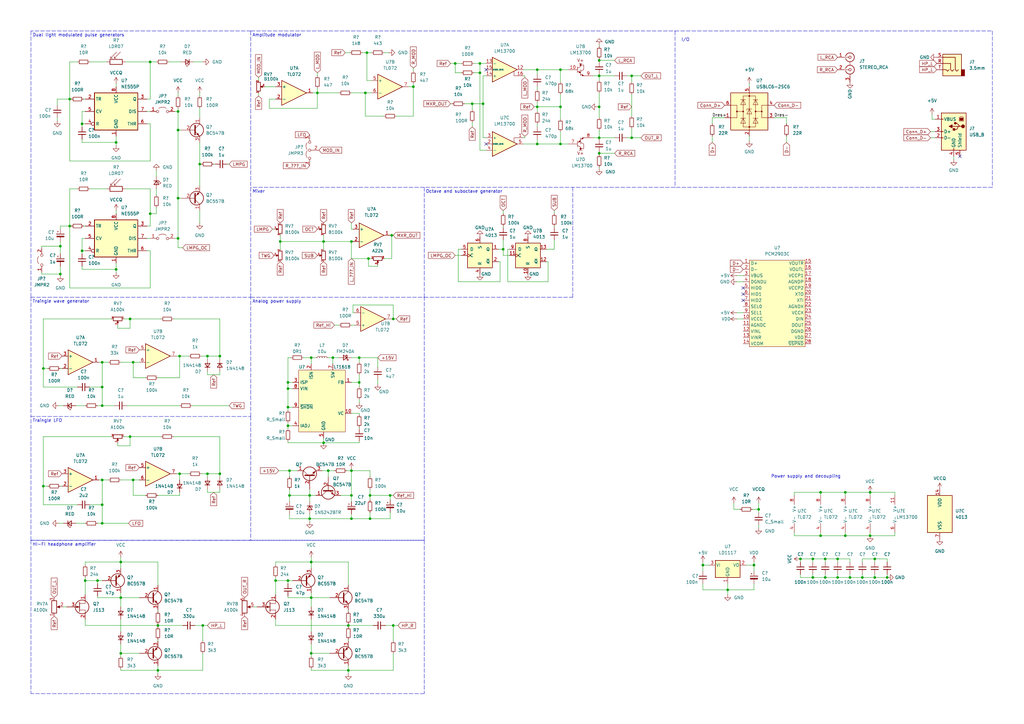
<source format=kicad_sch>
(kicad_sch (version 20211123) (generator eeschema)
  (paper "A3")
  (title_block (title "Elektrijada 2022/2023") (date "2022-12-16") (rev "Rev A") (company "KSET") (comment 3 "Main board") (comment 4 "Author: Nikola Kaužljar"))
  (junction (at 24.765 100.965))
  (junction (at 220.345 59.055))
  (junction (at 81.915 67.31))
  (junction (at 34.925 238.125))
  (junction (at 169.545 35.56))
  (junction (at 151.13 106.045))
  (junction (at 358.775 236.855))
  (junction (at 309.245 231.775))
  (junction (at 161.29 130.81))
  (junction (at 220.345 43.815))
  (junction (at 136.525 146.685))
  (junction (at 144.145 212.725))
  (junction (at 73.025 97.79))
  (junction (at 288.29 231.775))
  (junction (at 61.595 25.4))
  (junction (at 127.635 245.11))
  (junction (at 28.575 92.71))
  (junction (at 17.78 199.39))
  (junction (at 333.375 229.235))
  (junction (at 206.375 102.235))
  (junction (at 229.87 28.575))
  (junction (at 41.91 196.85))
  (junction (at 113.03 238.125))
  (junction (at 142.875 274.955))
  (junction (at 118.745 203.2))
  (junction (at 17.78 151.13))
  (junction (at 64.77 274.955))
  (junction (at 245.745 31.115))
  (junction (at 151.765 203.2))
  (junction (at 54.61 148.59))
  (junction (at 49.53 245.11))
  (junction (at 73.025 81.28))
  (junction (at 338.455 236.855))
  (junction (at 114.935 99.06))
  (junction (at 353.695 236.855))
  (junction (at 259.08 31.115))
  (junction (at 198.12 42.545))
  (junction (at 333.375 236.855))
  (junction (at 49.53 230.505))
  (junction (at 90.17 146.05))
  (junction (at 358.775 229.235))
  (junction (at 33.655 50.8))
  (junction (at 127 203.2))
  (junction (at 336.55 201.93))
  (junction (at 28.575 40.64))
  (junction (at 132.715 181.61))
  (junction (at 149.86 38.1))
  (junction (at 147.32 146.685))
  (junction (at 147.32 156.845))
  (junction (at 150.495 21.59))
  (junction (at 220.345 28.575))
  (junction (at 356.87 219.71))
  (junction (at 118.11 174.625))
  (junction (at 196.85 26.035))
  (junction (at 54.61 196.85))
  (junction (at 41.91 166.37))
  (junction (at 90.17 194.31))
  (junction (at 245.745 62.865))
  (junction (at 363.855 236.855))
  (junction (at 311.15 208.915))
  (junction (at 118.11 167.005))
  (junction (at 41.91 158.75))
  (junction (at 40.005 238.125))
  (junction (at 343.535 236.855))
  (junction (at 160.655 96.52))
  (junction (at 53.34 179.07))
  (junction (at 47.625 110.49))
  (junction (at 245.745 43.815))
  (junction (at 127 212.725))
  (junction (at 132.715 99.06))
  (junction (at 348.615 236.855))
  (junction (at 118.11 159.385))
  (junction (at 24.765 112.395))
  (junction (at 259.08 56.515))
  (junction (at 245.745 56.515))
  (junction (at 118.11 238.125))
  (junction (at 118.745 193.04))
  (junction (at 245.745 24.765))
  (junction (at 33.655 102.87))
  (junction (at 186.69 26.035))
  (junction (at 85.09 146.05))
  (junction (at 73.025 53.34))
  (junction (at 127.635 146.685))
  (junction (at 160.02 203.2))
  (junction (at 356.87 201.93))
  (junction (at 53.34 130.81))
  (junction (at 64.77 256.54))
  (junction (at 47.625 58.42))
  (junction (at 127.635 267.97))
  (junction (at 144.145 193.04))
  (junction (at 73.66 194.31))
  (junction (at 49.53 267.97))
  (junction (at 41.91 148.59))
  (junction (at 298.45 241.935))
  (junction (at 73.66 146.05))
  (junction (at 338.455 229.235))
  (junction (at 130.175 38.1))
  (junction (at 41.91 207.01))
  (junction (at 118.11 156.845))
  (junction (at 144.145 99.06))
  (junction (at 161.29 256.54))
  (junction (at 336.55 219.71))
  (junction (at 61.595 87.63))
  (junction (at 134.62 193.04))
  (junction (at 151.765 212.725))
  (junction (at 193.675 42.545))
  (junction (at 83.185 256.54))
  (junction (at 85.09 194.31))
  (junction (at 41.91 214.63))
  (junction (at 73.025 45.72))
  (junction (at 142.875 256.54))
  (junction (at 328.295 229.235))
  (junction (at 343.535 229.235))
  (junction (at 346.71 201.93))
  (junction (at 196.85 29.845))
  (junction (at 229.87 43.815))
  (junction (at 144.145 203.2))
  (junction (at 346.71 219.71))
  (junction (at 127.635 230.505))
  (junction (at 229.87 59.055))
  (no_connect (at 199.39 59.055))
  (no_connect (at 304.8 118.11))
  (no_connect (at 304.8 120.65))
  (no_connect (at 304.8 123.19))
  (no_connect (at 199.39 28.575))
  (no_connect (at 393.7 64.135))
  (wire (pts (xy 64.135 85.09) (xy 64.135 87.63)))
  (wire (pts (xy 83.185 262.89) (xy 83.185 256.54)))
  (wire (pts (xy 73.025 53.34) (xy 74.295 53.34)))
  (wire (pts (xy 134.62 146.685) (xy 136.525 146.685)))
  (wire (pts (xy 142.875 256.54) (xy 153.035 256.54)))
  (wire (pts (xy 302.26 128.27) (xy 304.8 128.27)))
  (wire (pts (xy 208.28 102.235) (xy 208.28 115.57)))
  (wire (pts (xy 49.53 230.505) (xy 64.77 230.505)))
  (wire (pts (xy 169.545 35.56) (xy 167.64 35.56)))
  (wire (pts (xy 61.595 77.47) (xy 51.435 77.47)))
  (wire (pts (xy 73.66 196.85) (xy 73.66 194.31)))
  (wire (pts (xy 142.24 193.04) (xy 144.145 193.04)))
  (wire (pts (xy 148.59 21.59) (xy 150.495 21.59)))
  (wire (pts (xy 229.87 28.575) (xy 233.045 28.575)))
  (wire (pts (xy 34.925 238.125) (xy 34.925 236.855)))
  (wire (pts (xy 356.87 201.93) (xy 367.03 201.93)))
  (wire (pts (xy 85.09 152.4) (xy 85.09 153.67)))
  (wire (pts (xy 118.745 212.725) (xy 127 212.725)))
  (wire (pts (xy 356.87 219.71) (xy 346.71 219.71)))
  (wire (pts (xy 41.91 158.75) (xy 41.91 166.37)))
  (wire (pts (xy 34.925 50.8) (xy 33.655 50.8)))
  (wire (pts (xy 41.91 166.37) (xy 46.99 166.37)))
  (wire (pts (xy 34.925 230.505) (xy 49.53 230.505)))
  (wire (pts (xy 245.745 62.865) (xy 252.095 62.865)))
  (wire (pts (xy 130.175 38.1) (xy 128.27 38.1)))
  (wire (pts (xy 64.77 250.19) (xy 64.77 250.825)))
  (wire (pts (xy 118.11 167.005) (xy 118.11 168.275)))
  (wire (pts (xy 108.585 35.56) (xy 113.03 35.56)))
  (wire (pts (xy 317.5 48.26) (xy 322.58 48.26)))
  (wire (pts (xy 259.08 52.705) (xy 259.08 56.515)))
  (wire (pts (xy 288.29 241.935) (xy 288.29 239.395)))
  (wire (pts (xy 142.875 250.19) (xy 142.875 250.825)))
  (wire (pts (xy 325.755 203.2) (xy 325.755 201.93)))
  (wire (pts (xy 83.185 274.955) (xy 83.185 267.97)))
  (wire (pts (xy 85.09 201.93) (xy 90.17 201.93)))
  (wire (pts (xy 333.375 229.235) (xy 333.375 230.505)))
  (wire (pts (xy 33.655 102.87) (xy 33.655 104.14)))
  (wire (pts (xy 71.12 130.81) (xy 90.17 130.81)))
  (wire (pts (xy 245.745 62.865) (xy 245.745 63.5)))
  (wire (pts (xy 110.49 44.45) (xy 130.175 44.45)))
  (wire (pts (xy 49.53 196.85) (xy 54.61 196.85)))
  (wire (pts (xy 118.745 210.82) (xy 118.745 212.725)))
  (wire (pts (xy 127.635 230.505) (xy 142.875 230.505)))
  (wire (pts (xy 24.765 92.71) (xy 28.575 92.71)))
  (wire (pts (xy 204.47 107.315) (xy 205.105 107.315)))
  (wire (pts (xy 40.64 148.59) (xy 41.91 148.59)))
  (wire (pts (xy 29.21 40.64) (xy 28.575 40.64)))
  (wire (pts (xy 23.495 40.64) (xy 23.495 43.18)))
  (wire (pts (xy 132.715 99.06) (xy 132.715 102.235)))
  (wire (pts (xy 127 212.725) (xy 127 213.995)))
  (wire (pts (xy 149.86 38.1) (xy 149.86 47.625)))
  (wire (pts (xy 28.575 25.4) (xy 28.575 40.64)))
  (wire (pts (xy 184.785 42.545) (xy 185.42 42.545)))
  (wire (pts (xy 229.87 38.735) (xy 229.87 43.815)))
  (wire (pts (xy 338.455 236.855) (xy 343.535 236.855)))
  (wire (pts (xy 85.09 146.05) (xy 85.09 147.32)))
  (wire (pts (xy 245.745 25.4) (xy 245.745 24.765)))
  (wire (pts (xy 41.91 207.01) (xy 41.91 214.63)))
  (wire (pts (xy 43.815 25.4) (xy 36.83 25.4)))
  (wire (pts (xy 358.775 236.855) (xy 363.855 236.855)))
  (wire (pts (xy 206.375 98.425) (xy 206.375 102.235)))
  (wire (pts (xy 73.66 194.31) (xy 77.47 194.31)))
  (wire (pts (xy 298.45 241.935) (xy 298.45 239.395)))
  (wire (pts (xy 113.03 238.125) (xy 113.03 236.855)))
  (wire (pts (xy 338.455 235.585) (xy 338.455 236.855)))
  (wire (pts (xy 127.635 228.6) (xy 127.635 230.505)))
  (wire (pts (xy 245.745 19.05) (xy 245.745 18.415)))
  (wire (pts (xy 328.295 229.235) (xy 333.375 229.235)))
  (wire (pts (xy 64.77 255.905) (xy 64.77 256.54)))
  (wire (pts (xy 346.71 201.93) (xy 346.71 203.2)))
  (wire (pts (xy 127.635 243.205) (xy 127.635 245.11)))
  (wire (pts (xy 292.1 48.26) (xy 292.1 50.8)))
  (wire (pts (xy 348.615 229.235) (xy 348.615 230.505)))
  (wire (pts (xy 61.595 25.4) (xy 64.135 25.4)))
  (wire (pts (xy 137.16 133.35) (xy 139.065 133.35)))
  (wire (pts (xy 17.78 130.81) (xy 17.78 151.13)))
  (wire (pts (xy 220.345 28.575) (xy 220.345 30.48)))
  (wire (pts (xy 328.295 236.855) (xy 333.375 236.855)))
  (wire (pts (xy 26.035 214.63) (xy 24.13 214.63)))
  (wire (pts (xy 60.325 45.72) (xy 61.595 45.72)))
  (wire (pts (xy 90.17 147.32) (xy 90.17 146.05)))
  (wire (pts (xy 186.69 29.845) (xy 186.69 26.035)))
  (wire (pts (xy 147.32 146.685) (xy 147.32 148.59)))
  (wire (pts (xy 45.72 130.81) (xy 17.78 130.81)))
  (wire (pts (xy 144.145 93.98) (xy 144.78 93.98)))
  (wire (pts (xy 41.91 148.59) (xy 44.45 148.59)))
  (wire (pts (xy 367.03 218.44) (xy 367.03 219.71)))
  (wire (pts (xy 71.755 45.72) (xy 73.025 45.72)))
  (wire (pts (xy 81.915 67.31) (xy 82.55 67.31)))
  (wire (pts (xy 309.245 231.775) (xy 309.245 234.315)))
  (wire (pts (xy 208.28 115.57) (xy 224.79 115.57)))
  (wire (pts (xy 64.77 203.2) (xy 73.66 203.2)))
  (wire (pts (xy 118.11 238.125) (xy 113.03 238.125)))
  (wire (pts (xy 147.32 165.1) (xy 147.32 163.83)))
  (wire (pts (xy 199.39 31.115) (xy 198.12 31.115)))
  (wire (pts (xy 144.145 169.545) (xy 147.32 169.545)))
  (wire (pts (xy 142.875 230.505) (xy 142.875 240.03)))
  (wire (pts (xy 82.55 146.05) (xy 85.09 146.05)))
  (wire (pts (xy 245.745 68.58) (xy 245.745 69.215)))
  (wire (pts (xy 353.695 229.235) (xy 353.695 230.505)))
  (wire (pts (xy 144.145 193.04) (xy 151.765 193.04)))
  (wire (pts (xy 142.875 255.905) (xy 142.875 256.54)))
  (polyline (pts (xy 12.7 121.92) (xy 12.7 170.815)))
  (wire (pts (xy 353.695 236.855) (xy 358.775 236.855)))
  (wire (pts (xy 118.11 159.385) (xy 120.015 159.385)))
  (wire (pts (xy 118.11 146.685) (xy 118.11 156.845)))
  (wire (pts (xy 302.26 115.57) (xy 304.8 115.57)))
  (wire (pts (xy 144.145 212.725) (xy 151.765 212.725)))
  (wire (pts (xy 381.635 56.515) (xy 383.54 56.515)))
  (wire (pts (xy 154.94 155.575) (xy 154.94 157.48)))
  (wire (pts (xy 206.375 86.36) (xy 206.375 87.63)))
  (wire (pts (xy 328.295 235.585) (xy 328.295 236.855)))
  (wire (pts (xy 33.655 97.79) (xy 34.925 97.79)))
  (wire (pts (xy 120.015 238.125) (xy 118.11 238.125)))
  (wire (pts (xy 17.78 158.75) (xy 31.75 158.75)))
  (wire (pts (xy 49.53 233.045) (xy 49.53 230.505)))
  (wire (pts (xy 259.08 31.115) (xy 259.08 33.655)))
  (wire (pts (xy 322.58 48.26) (xy 322.58 50.8)))
  (wire (pts (xy 73.025 97.79) (xy 73.025 101.6)))
  (wire (pts (xy 381.635 53.975) (xy 383.54 53.975)))
  (wire (pts (xy 64.77 274.955) (xy 83.185 274.955)))
  (wire (pts (xy 161.29 256.54) (xy 163.195 256.54)))
  (wire (pts (xy 245.745 31.115) (xy 252.095 31.115)))
  (wire (pts (xy 259.08 56.515) (xy 262.89 56.515)))
  (wire (pts (xy 144.145 156.845) (xy 147.32 156.845)))
  (wire (pts (xy 72.39 146.05) (xy 73.66 146.05)))
  (wire (pts (xy 151.765 203.2) (xy 151.765 205.105)))
  (wire (pts (xy 118.745 200.66) (xy 118.745 203.2)))
  (wire (pts (xy 113.03 40.64) (xy 110.49 40.64)))
  (wire (pts (xy 336.55 201.93) (xy 346.71 201.93)))
  (wire (pts (xy 85.09 200.66) (xy 85.09 201.93)))
  (wire (pts (xy 28.575 92.71) (xy 28.575 118.11)))
  (wire (pts (xy 328.295 230.505) (xy 328.295 229.235)))
  (wire (pts (xy 144.78 125.095) (xy 161.29 125.095)))
  (wire (pts (xy 49.53 254) (xy 49.53 259.08)))
  (wire (pts (xy 144.145 38.1) (xy 149.86 38.1)))
  (wire (pts (xy 161.29 125.095) (xy 161.29 130.81)))
  (wire (pts (xy 127.635 267.97) (xy 135.255 267.97)))
  (wire (pts (xy 382.27 46.99) (xy 382.27 48.895)))
  (wire (pts (xy 81.915 86.36) (xy 81.915 91.44)))
  (polyline (pts (xy 102.87 170.815) (xy 102.87 221.615)))
  (polyline (pts (xy 102.87 221.615) (xy 12.7 221.615)))
  (wire (pts (xy 78.74 166.37) (xy 93.98 166.37)))
  (wire (pts (xy 49.53 274.32) (xy 49.53 274.955)))
  (wire (pts (xy 17.145 111.76) (xy 17.145 112.395)))
  (wire (pts (xy 353.695 229.235) (xy 358.775 229.235)))
  (wire (pts (xy 300.99 208.915) (xy 303.53 208.915)))
  (polyline (pts (xy 173.99 121.92) (xy 173.99 76.835)))
  (wire (pts (xy 160.655 96.52) (xy 160.655 106.045)))
  (wire (pts (xy 17.78 179.07) (xy 17.78 199.39)))
  (wire (pts (xy 358.775 235.585) (xy 358.775 236.855)))
  (wire (pts (xy 127.635 274.32) (xy 127.635 274.955)))
  (wire (pts (xy 214.63 31.115) (xy 215.265 31.115)))
  (wire (pts (xy 28.575 40.64) (xy 28.575 66.04)))
  (wire (pts (xy 245.745 53.34) (xy 245.745 56.515)))
  (wire (pts (xy 147.32 146.685) (xy 154.94 146.685)))
  (wire (pts (xy 34.925 256.54) (xy 64.77 256.54)))
  (wire (pts (xy 147.32 156.845) (xy 147.32 158.75)))
  (wire (pts (xy 40.005 244.475) (xy 40.005 245.11)))
  (wire (pts (xy 206.375 104.775) (xy 208.915 104.775)))
  (wire (pts (xy 34.925 166.37) (xy 31.115 166.37)))
  (wire (pts (xy 113.03 230.505) (xy 113.03 231.775)))
  (wire (pts (xy 113.03 230.505) (xy 127.635 230.505)))
  (wire (pts (xy 33.655 50.8) (xy 33.655 45.72)))
  (polyline (pts (xy 102.87 12.7) (xy 12.7 12.7)))
  (wire (pts (xy 229.87 28.575) (xy 229.87 33.655)))
  (wire (pts (xy 64.77 274.955) (xy 64.77 273.05)))
  (wire (pts (xy 48.26 134.62) (xy 53.34 134.62)))
  (wire (pts (xy 311.15 208.915) (xy 311.15 206.375)))
  (wire (pts (xy 118.11 146.685) (xy 119.38 146.685)))
  (wire (pts (xy 73.025 44.45) (xy 73.025 45.72)))
  (wire (pts (xy 61.595 40.64) (xy 61.595 25.4)))
  (wire (pts (xy 81.915 38.1) (xy 81.915 39.37)))
  (wire (pts (xy 118.11 244.475) (xy 118.11 245.11)))
  (wire (pts (xy 194.31 29.845) (xy 196.85 29.845)))
  (wire (pts (xy 87.63 67.31) (xy 88.265 67.31)))
  (wire (pts (xy 147.32 181.61) (xy 147.32 180.975)))
  (wire (pts (xy 61.595 102.87) (xy 60.325 102.87)))
  (wire (pts (xy 229.87 53.975) (xy 229.87 59.055)))
  (wire (pts (xy 54.61 203.2) (xy 59.69 203.2)))
  (wire (pts (xy 49.53 228.6) (xy 49.53 230.505)))
  (wire (pts (xy 127.635 245.11) (xy 135.255 245.11)))
  (wire (pts (xy 114.935 99.06) (xy 132.715 99.06)))
  (wire (pts (xy 34.925 254) (xy 34.925 256.54)))
  (wire (pts (xy 348.615 235.585) (xy 348.615 236.855)))
  (wire (pts (xy 40.005 238.125) (xy 40.005 239.395)))
  (wire (pts (xy 151.765 200.66) (xy 151.765 203.2)))
  (wire (pts (xy 54.61 196.85) (xy 57.15 196.85)))
  (wire (pts (xy 73.66 146.05) (xy 77.47 146.05)))
  (wire (pts (xy 49.53 148.59) (xy 54.61 148.59)))
  (wire (pts (xy 118.11 174.625) (xy 120.015 174.625)))
  (wire (pts (xy 308.61 208.915) (xy 311.15 208.915)))
  (wire (pts (xy 64.77 256.54) (xy 74.93 256.54)))
  (wire (pts (xy 85.09 194.31) (xy 85.09 195.58)))
  (polyline (pts (xy 234.95 121.92) (xy 234.95 76.835)))
  (wire (pts (xy 220.345 28.575) (xy 229.87 28.575)))
  (wire (pts (xy 61.595 92.71) (xy 61.595 87.63)))
  (wire (pts (xy 17.78 207.01) (xy 31.75 207.01)))
  (wire (pts (xy 53.34 134.62) (xy 53.34 130.81)))
  (wire (pts (xy 141.605 21.59) (xy 143.51 21.59)))
  (wire (pts (xy 49.53 245.11) (xy 57.15 245.11)))
  (wire (pts (xy 161.29 274.955) (xy 161.29 267.97)))
  (wire (pts (xy 34.925 238.125) (xy 34.925 243.84)))
  (wire (pts (xy 24.765 100.965) (xy 17.145 100.965)))
  (wire (pts (xy 64.135 69.85) (xy 64.135 72.39)))
  (wire (pts (xy 302.26 113.03) (xy 304.8 113.03)))
  (wire (pts (xy 54.61 196.85) (xy 54.61 203.2)))
  (wire (pts (xy 322.58 55.88) (xy 322.58 58.42)))
  (wire (pts (xy 41.91 207.01) (xy 41.91 196.85)))
  (wire (pts (xy 53.34 179.07) (xy 66.04 179.07)))
  (wire (pts (xy 158.115 256.54) (xy 161.29 256.54)))
  (wire (pts (xy 144.78 128.27) (xy 145.415 128.27)))
  (wire (pts (xy 151.765 193.04) (xy 151.765 195.58)))
  (wire (pts (xy 215.265 31.115) (xy 215.265 31.75)))
  (wire (pts (xy 64.77 274.955) (xy 64.77 276.225)))
  (wire (pts (xy 147.32 153.67) (xy 147.32 156.845)))
  (wire (pts (xy 73.025 53.34) (xy 73.025 81.28)))
  (wire (pts (xy 259.08 31.115) (xy 262.89 31.115)))
  (polyline (pts (xy 12.7 221.615) (xy 173.99 221.615)))
  (wire (pts (xy 346.71 218.44) (xy 346.71 219.71)))
  (wire (pts (xy 132.715 179.705) (xy 132.715 181.61)))
  (wire (pts (xy 149.86 47.625) (xy 157.48 47.625)))
  (wire (pts (xy 112.395 93.98) (xy 111.76 93.98)))
  (wire (pts (xy 245.745 24.765) (xy 252.095 24.765)))
  (wire (pts (xy 79.375 25.4) (xy 83.185 25.4)))
  (wire (pts (xy 134.62 193.04) (xy 137.16 193.04)))
  (wire (pts (xy 311.15 208.915) (xy 311.15 210.185)))
  (wire (pts (xy 33.655 45.72) (xy 34.925 45.72)))
  (wire (pts (xy 353.695 235.585) (xy 353.695 236.855)))
  (wire (pts (xy 127 203.2) (xy 129.54 203.2)))
  (wire (pts (xy 82.55 194.31) (xy 85.09 194.31)))
  (wire (pts (xy 73.66 154.94) (xy 73.66 146.05)))
  (wire (pts (xy 243.205 56.515) (xy 245.745 56.515)))
  (wire (pts (xy 196.85 61.595) (xy 199.39 61.595)))
  (wire (pts (xy 73.66 203.2) (xy 73.66 201.93)))
  (wire (pts (xy 34.925 92.71) (xy 34.29 92.71)))
  (wire (pts (xy 333.375 235.585) (xy 333.375 236.855)))
  (polyline (pts (xy 407.035 12.7) (xy 407.035 76.835)))
  (wire (pts (xy 90.17 130.81) (xy 90.17 146.05)))
  (wire (pts (xy 49.53 264.16) (xy 49.53 267.97)))
  (wire (pts (xy 356.87 218.44) (xy 356.87 219.71)))
  (wire (pts (xy 245.745 56.515) (xy 245.745 57.15)))
  (wire (pts (xy 169.545 47.625) (xy 169.545 35.56)))
  (wire (pts (xy 220.345 43.815) (xy 220.345 45.72)))
  (wire (pts (xy 47.625 110.49) (xy 47.625 111.76)))
  (polyline (pts (xy 12.7 170.815) (xy 102.87 170.815)))
  (wire (pts (xy 196.85 29.845) (xy 196.85 26.035)))
  (wire (pts (xy 85.09 153.67) (xy 90.17 153.67)))
  (wire (pts (xy 169.545 34.29) (xy 169.545 35.56)))
  (wire (pts (xy 160.02 205.105) (xy 160.02 203.2)))
  (wire (pts (xy 227.33 98.425) (xy 227.33 102.235)))
  (wire (pts (xy 130.175 29.845) (xy 130.175 31.115)))
  (wire (pts (xy 64.77 256.54) (xy 64.77 257.175)))
  (polyline (pts (xy 102.87 12.7) (xy 276.86 12.7)))
  (wire (pts (xy 338.455 229.235) (xy 338.455 230.505)))
  (wire (pts (xy 40.005 238.125) (xy 34.925 238.125)))
  (wire (pts (xy 245.745 31.115) (xy 245.745 33.02)))
  (wire (pts (xy 300.99 206.375) (xy 300.99 208.915)))
  (wire (pts (xy 33.655 50.8) (xy 33.655 52.07)))
  (wire (pts (xy 227.33 92.71) (xy 227.33 93.345)))
  (wire (pts (xy 83.185 256.54) (xy 85.09 256.54)))
  (wire (pts (xy 343.535 236.855) (xy 343.535 235.585)))
  (wire (pts (xy 149.86 38.1) (xy 152.4 38.1)))
  (wire (pts (xy 150.495 33.02) (xy 150.495 21.59)))
  (polyline (pts (xy 276.86 76.835) (xy 102.87 76.835)))
  (polyline (pts (xy 173.99 121.92) (xy 234.95 121.92)))
  (wire (pts (xy 127.635 233.045) (xy 127.635 230.505)))
  (wire (pts (xy 229.87 43.815) (xy 229.87 48.895)))
  (wire (pts (xy 54.61 148.59) (xy 54.61 154.94)))
  (wire (pts (xy 47.625 107.95) (xy 47.625 110.49)))
  (wire (pts (xy 118.11 174.625) (xy 118.11 175.895)))
  (wire (pts (xy 118.745 193.04) (xy 118.745 195.58)))
  (wire (pts (xy 196.85 29.845) (xy 196.85 61.595)))
  (wire (pts (xy 132.715 181.61) (xy 147.32 181.61)))
  (wire (pts (xy 64.135 77.47) (xy 64.135 80.01)))
  (wire (pts (xy 81.915 67.31) (xy 81.915 76.2)))
  (wire (pts (xy 60.325 97.79) (xy 61.595 97.79)))
  (wire (pts (xy 139.7 203.2) (xy 144.145 203.2)))
  (wire (pts (xy 118.11 181.61) (xy 132.715 181.61)))
  (wire (pts (xy 52.07 166.37) (xy 73.66 166.37)))
  (polyline (pts (xy 407.035 76.835) (xy 276.86 76.835)))
  (wire (pts (xy 73.025 101.6) (xy 74.93 101.6)))
  (wire (pts (xy 41.91 214.63) (xy 52.705 214.63)))
  (wire (pts (xy 245.745 31.115) (xy 245.745 30.48)))
  (wire (pts (xy 127.635 146.685) (xy 129.54 146.685)))
  (wire (pts (xy 118.11 156.845) (xy 118.11 159.385)))
  (wire (pts (xy 288.29 230.505) (xy 288.29 231.775)))
  (wire (pts (xy 160.655 130.81) (xy 161.29 130.81)))
  (wire (pts (xy 127 200.66) (xy 127 203.2)))
  (wire (pts (xy 61.595 118.11) (xy 61.595 102.87)))
  (wire (pts (xy 336.55 219.71) (xy 336.55 218.44)))
  (wire (pts (xy 47.625 34.29) (xy 47.625 35.56)))
  (wire (pts (xy 71.12 179.07) (xy 90.17 179.07)))
  (wire (pts (xy 160.02 203.2) (xy 161.29 203.2)))
  (wire (pts (xy 154.94 146.685) (xy 154.94 150.495)))
  (wire (pts (xy 290.83 231.775) (xy 288.29 231.775)))
  (wire (pts (xy 307.34 55.88) (xy 307.34 57.785)))
  (wire (pts (xy 118.11 167.005) (xy 120.015 167.005)))
  (wire (pts (xy 186.69 104.775) (xy 189.23 104.775)))
  (wire (pts (xy 309.245 239.395) (xy 309.245 241.935)))
  (polyline (pts (xy 173.99 284.48) (xy 12.7 284.48)))
  (wire (pts (xy 298.45 241.935) (xy 288.29 241.935)))
  (wire (pts (xy 144.145 210.82) (xy 144.145 212.725)))
  (wire (pts (xy 130.175 36.195) (xy 130.175 38.1)))
  (wire (pts (xy 71.755 97.79) (xy 73.025 97.79)))
  (wire (pts (xy 93.345 67.31) (xy 93.98 67.31)))
  (wire (pts (xy 24.765 109.22) (xy 24.765 112.395)))
  (wire (pts (xy 47.625 86.36) (xy 47.625 87.63)))
  (wire (pts (xy 220.345 35.56) (xy 220.345 36.83)))
  (polyline (pts (xy 102.87 121.92) (xy 102.87 12.7)))
  (wire (pts (xy 127.635 245.11) (xy 127.635 248.92)))
  (wire (pts (xy 127.635 264.16) (xy 127.635 267.97)))
  (wire (pts (xy 336.55 219.71) (xy 325.755 219.71)))
  (wire (pts (xy 160.655 96.52) (xy 160.02 96.52)))
  (wire (pts (xy 24.765 112.395) (xy 24.765 113.03)))
  (wire (pts (xy 61.595 87.63) (xy 61.595 77.47)))
  (wire (pts (xy 157.48 21.59) (xy 159.385 21.59)))
  (polyline (pts (xy 12.7 121.92) (xy 102.87 121.92)))
  (wire (pts (xy 127.635 274.955) (xy 142.875 274.955)))
  (wire (pts (xy 194.31 26.035) (xy 196.85 26.035)))
  (wire (pts (xy 61.595 25.4) (xy 51.435 25.4)))
  (wire (pts (xy 245.745 43.815) (xy 245.745 48.26)))
  (wire (pts (xy 73.025 81.28) (xy 74.295 81.28)))
  (wire (pts (xy 24.765 99.06) (xy 24.765 100.965)))
  (wire (pts (xy 186.69 26.035) (xy 189.23 26.035)))
  (wire (pts (xy 40.005 245.11) (xy 49.53 245.11)))
  (wire (pts (xy 33.655 109.22) (xy 33.655 110.49)))
  (wire (pts (xy 90.17 201.93) (xy 90.17 200.66)))
  (wire (pts (xy 28.575 77.47) (xy 28.575 92.71)))
  (wire (pts (xy 33.655 102.87) (xy 33.655 97.79)))
  (wire (pts (xy 113.03 238.125) (xy 113.03 243.84)))
  (wire (pts (xy 54.61 154.94) (xy 59.69 154.94)))
  (wire (pts (xy 325.755 201.93) (xy 336.55 201.93)))
  (wire (pts (xy 224.155 107.315) (xy 224.79 107.315)))
  (wire (pts (xy 142.875 274.955) (xy 142.875 273.05)))
  (wire (pts (xy 61.595 66.04) (xy 61.595 50.8)))
  (wire (pts (xy 81.915 58.42) (xy 81.915 67.31)))
  (wire (pts (xy 245.745 56.515) (xy 252.095 56.515)))
  (wire (pts (xy 161.29 96.52) (xy 160.655 96.52)))
  (wire (pts (xy 162.56 47.625) (xy 169.545 47.625)))
  (wire (pts (xy 45.72 179.07) (xy 17.78 179.07)))
  (wire (pts (xy 367.03 201.93) (xy 367.03 203.2)))
  (wire (pts (xy 69.215 25.4) (xy 74.295 25.4)))
  (wire (pts (xy 64.77 230.505) (xy 64.77 240.03)))
  (wire (pts (xy 229.87 59.055) (xy 233.045 59.055)))
  (wire (pts (xy 47.625 58.42) (xy 47.625 59.69)))
  (wire (pts (xy 199.39 56.515) (xy 198.12 56.515)))
  (wire (pts (xy 151.765 212.725) (xy 160.02 212.725)))
  (wire (pts (xy 81.915 44.45) (xy 81.915 48.26)))
  (wire (pts (xy 90.17 179.07) (xy 90.17 194.31)))
  (wire (pts (xy 41.91 238.125) (xy 40.005 238.125)))
  (wire (pts (xy 28.575 118.11) (xy 61.595 118.11)))
  (wire (pts (xy 358.775 229.235) (xy 363.855 229.235)))
  (wire (pts (xy 31.75 77.47) (xy 28.575 77.47)))
  (wire (pts (xy 36.83 207.01) (xy 41.91 207.01)))
  (wire (pts (xy 363.855 229.235) (xy 363.855 230.505)))
  (wire (pts (xy 189.23 29.845) (xy 186.69 29.845)))
  (wire (pts (xy 154.94 108.585) (xy 154.94 109.22)))
  (wire (pts (xy 54.61 148.59) (xy 57.15 148.59)))
  (wire (pts (xy 144.145 203.2) (xy 144.145 193.04)))
  (polyline (pts (xy 102.87 221.615) (xy 173.99 221.615)))
  (wire (pts (xy 136.525 146.685) (xy 136.525 149.225)))
  (wire (pts (xy 114.3 193.04) (xy 118.745 193.04)))
  (wire (pts (xy 90.17 153.67) (xy 90.17 152.4)))
  (wire (pts (xy 144.145 192.405) (xy 144.145 193.04)))
  (wire (pts (xy 150.495 21.59) (xy 152.4 21.59)))
  (wire (pts (xy 288.29 231.775) (xy 288.29 234.315)))
  (wire (pts (xy 72.39 194.31) (xy 73.66 194.31)))
  (wire (pts (xy 157.48 106.045) (xy 160.655 106.045)))
  (wire (pts (xy 132.08 193.04) (xy 134.62 193.04)))
  (wire (pts (xy 17.78 151.13) (xy 17.78 158.75)))
  (wire (pts (xy 147.32 175.895) (xy 147.32 175.26)))
  (wire (pts (xy 208.915 102.235) (xy 208.28 102.235)))
  (wire (pts (xy 154.94 109.22) (xy 151.13 109.22)))
  (wire (pts (xy 346.71 219.71) (xy 336.55 219.71)))
  (wire (pts (xy 184.785 26.035) (xy 186.69 26.035)))
  (wire (pts (xy 144.78 128.27) (xy 144.78 125.095)))
  (wire (pts (xy 49.53 274.955) (xy 64.77 274.955)))
  (wire (pts (xy 41.91 196.85) (xy 44.45 196.85)))
  (wire (pts (xy 127.635 146.685) (xy 127.635 149.225)))
  (wire (pts (xy 224.79 107.315) (xy 224.79 115.57)))
  (wire (pts (xy 17.78 199.39) (xy 17.78 207.01)))
  (wire (pts (xy 118.11 180.975) (xy 118.11 181.61)))
  (polyline (pts (xy 12.7 12.7) (xy 12.7 121.92)))
  (wire (pts (xy 124.46 146.685) (xy 127.635 146.685)))
  (wire (pts (xy 48.26 182.88) (xy 53.34 182.88)))
  (wire (pts (xy 33.655 57.15) (xy 33.655 58.42)))
  (wire (pts (xy 151.765 203.2) (xy 160.02 203.2)))
  (wire (pts (xy 23.495 40.64) (xy 28.575 40.64)))
  (wire (pts (xy 90.17 195.58) (xy 90.17 194.31)))
  (wire (pts (xy 142.875 262.255) (xy 142.875 262.89)))
  (polyline (pts (xy 12.7 221.615) (xy 12.7 284.48)))
  (wire (pts (xy 29.21 92.71) (xy 28.575 92.71)))
  (wire (pts (xy 147.32 169.545) (xy 147.32 170.18)))
  (wire (pts (xy 48.26 181.61) (xy 48.26 182.88)))
  (polyline (pts (xy 276.86 12.7) (xy 276.86 76.835)))
  (wire (pts (xy 34.925 40.64) (xy 34.29 40.64)))
  (wire (pts (xy 220.345 41.91) (xy 220.345 43.815)))
  (wire (pts (xy 64.77 154.94) (xy 73.66 154.94)))
  (polyline (pts (xy 102.87 121.92) (xy 173.99 121.92)))
  (wire (pts (xy 391.16 64.135) (xy 391.16 65.405)))
  (wire (pts (xy 297.18 48.26) (xy 292.1 48.26)))
  (wire (pts (xy 64.77 262.255) (xy 64.77 262.89)))
  (wire (pts (xy 132.715 96.52) (xy 132.715 99.06)))
  (wire (pts (xy 215.265 56.515) (xy 215.265 55.88)))
  (wire (pts (xy 259.08 38.735) (xy 259.08 47.625)))
  (wire (pts (xy 28.575 66.04) (xy 61.595 66.04)))
  (wire (pts (xy 245.11 43.815) (xy 245.745 43.815)))
  (wire (pts (xy 17.145 100.965) (xy 17.145 101.6)))
  (wire (pts (xy 257.175 31.115) (xy 259.08 31.115)))
  (wire (pts (xy 151.13 106.045) (xy 152.4 106.045)))
  (wire (pts (xy 73.025 45.72) (xy 73.025 53.34)))
  (wire (pts (xy 325.755 219.71) (xy 325.755 218.44)))
  (wire (pts (xy 127 210.82) (xy 127 212.725)))
  (wire (pts (xy 106.045 38.1) (xy 106.045 39.37)))
  (wire (pts (xy 214.63 59.055) (xy 220.345 59.055)))
  (wire (pts (xy 220.345 59.055) (xy 229.87 59.055)))
  (wire (pts (xy 311.15 215.265) (xy 311.15 216.535)))
  (wire (pts (xy 53.34 130.81) (xy 66.04 130.81)))
  (wire (pts (xy 333.375 229.235) (xy 338.455 229.235)))
  (wire (pts (xy 50.8 130.81) (xy 53.34 130.81)))
  (wire (pts (xy 151.765 210.185) (xy 151.765 212.725)))
  (wire (pts (xy 34.925 230.505) (xy 34.925 231.775)))
  (wire (pts (xy 243.205 31.115) (xy 245.745 31.115)))
  (wire (pts (xy 144.145 91.44) (xy 144.145 93.98)))
  (wire (pts (xy 127.635 267.97) (xy 127.635 269.24)))
  (wire (pts (xy 257.175 56.515) (xy 259.08 56.515)))
  (wire (pts (xy 205.105 115.57) (xy 187.96 115.57)))
  (wire (pts (xy 144.145 99.06) (xy 144.78 99.06)))
  (polyline (pts (xy 12.7 221.615) (xy 12.7 170.815)))
  (wire (pts (xy 24.765 151.13) (xy 25.4 151.13)))
  (wire (pts (xy 17.78 151.13) (xy 19.685 151.13)))
  (wire (pts (xy 307.34 34.29) (xy 307.34 35.56)))
  (wire (pts (xy 118.745 203.2) (xy 127 203.2)))
  (wire (pts (xy 187.96 102.235) (xy 189.23 102.235)))
  (wire (pts (xy 36.83 158.75) (xy 41.91 158.75)))
  (wire (pts (xy 227.33 86.36) (xy 227.33 87.63)))
  (wire (pts (xy 113.03 254) (xy 113.03 256.54)))
  (wire (pts (xy 80.01 256.54) (xy 83.185 256.54)))
  (wire (pts (xy 33.655 110.49) (xy 47.625 110.49)))
  (wire (pts (xy 41.91 158.75) (xy 41.91 148.59)))
  (wire (pts (xy 333.375 236.855) (xy 338.455 236.855)))
  (wire (pts (xy 73.025 38.1) (xy 73.025 39.37)))
  (wire (pts (xy 224.155 102.235) (xy 227.33 102.235)))
  (wire (pts (xy 220.345 43.815) (xy 229.87 43.815)))
  (wire (pts (xy 47.625 55.88) (xy 47.625 58.42)))
  (wire (pts (xy 113.03 256.54) (xy 142.875 256.54)))
  (wire (pts (xy 343.535 230.505) (xy 343.535 229.235)))
  (wire (pts (xy 198.12 31.115) (xy 198.12 42.545)))
  (wire (pts (xy 118.11 245.11) (xy 127.635 245.11)))
  (wire (pts (xy 106.045 31.75) (xy 106.045 33.02)))
  (wire (pts (xy 187.96 115.57) (xy 187.96 102.235)))
  (wire (pts (xy 85.09 146.05) (xy 90.17 146.05)))
  (wire (pts (xy 132.715 99.06) (xy 144.145 99.06)))
  (wire (pts (xy 193.675 50.165) (xy 193.675 52.07)))
  (wire (pts (xy 49.53 267.97) (xy 57.15 267.97)))
  (wire (pts (xy 306.07 231.775) (xy 309.245 231.775)))
  (wire (pts (xy 24.765 92.71) (xy 24.765 93.98)))
  (wire (pts (xy 142.875 274.955) (xy 142.875 276.225)))
  (wire (pts (xy 198.12 56.515) (xy 198.12 42.545)))
  (wire (pts (xy 214.63 56.515) (xy 215.265 56.515)))
  (wire (pts (xy 50.8 179.07) (xy 53.34 179.07)))
  (wire (pts (xy 245.745 38.1) (xy 245.745 43.815)))
  (wire (pts (xy 61.595 50.8) (xy 60.325 50.8)))
  (wire (pts (xy 220.345 57.15) (xy 220.345 59.055)))
  (wire (pts (xy 85.09 194.31) (xy 90.17 194.31)))
  (wire (pts (xy 48.26 133.35) (xy 48.26 134.62)))
  (wire (pts (xy 24.765 199.39) (xy 25.4 199.39)))
  (wire (pts (xy 169.545 27.94) (xy 169.545 29.21)))
  (wire (pts (xy 118.11 159.385) (xy 118.11 167.005)))
  (wire (pts (xy 367.03 219.71) (xy 356.87 219.71)))
  (wire (pts (xy 61.595 87.63) (xy 64.135 87.63)))
  (wire (pts (xy 302.26 130.81) (xy 304.8 130.81)))
  (wire (pts (xy 151.13 109.22) (xy 151.13 106.045)))
  (wire (pts (xy 309.245 241.935) (xy 298.45 241.935)))
  (wire (pts (xy 206.375 92.71) (xy 206.375 93.345)))
  (wire (pts (xy 136.525 146.685) (xy 139.065 146.685)))
  (wire (pts (xy 196.85 26.035) (xy 199.39 26.035)))
  (wire (pts (xy 336.55 203.2) (xy 336.55 201.93)))
  (wire (pts (xy 40.005 214.63) (xy 41.91 214.63)))
  (wire (pts (xy 130.175 38.1) (xy 130.175 44.45)))
  (wire (pts (xy 161.29 262.89) (xy 161.29 256.54)))
  (wire (pts (xy 356.87 201.93) (xy 356.87 203.2)))
  (wire (pts (xy 33.655 58.42) (xy 47.625 58.42)))
  (wire (pts (xy 24.765 100.965) (xy 24.765 104.14)))
  (wire (pts (xy 193.675 42.545) (xy 193.675 45.085)))
  (wire (pts (xy 114.935 99.06) (xy 114.935 102.235)))
  (wire (pts (xy 127 212.725) (xy 144.145 212.725)))
  (wire (pts (xy 110.49 40.64) (xy 110.49 44.45)))
  (wire (pts (xy 26.035 166.37) (xy 24.13 166.37)))
  (wire (pts (xy 34.925 214.63) (xy 31.115 214.63)))
  (polyline (pts (xy 102.87 170.815) (xy 102.87 121.92)))
  (wire (pts (xy 144.145 106.045) (xy 144.145 99.06)))
  (wire (pts (xy 144.145 203.2) (xy 144.145 205.74)))
  (wire (pts (xy 114.935 96.52) (xy 114.935 99.06)))
  (wire (pts (xy 17.145 112.395) (xy 24.765 112.395)))
  (wire (pts (xy 152.4 33.02) (xy 150.495 33.02)))
  (wire (pts (xy 214.63 28.575) (xy 220.345 28.575)))
  (wire (pts (xy 142.875 256.54) (xy 142.875 257.175)))
  (wire (pts (xy 160.02 212.725) (xy 160.02 210.185)))
  (polyline (pts (xy 276.86 12.7) (xy 407.035 12.7)))
  (wire (pts (xy 363.855 236.855) (xy 363.855 235.585)))
  (wire (pts (xy 118.11 156.845) (xy 120.015 156.845)))
  (wire (pts (xy 142.875 274.955) (xy 161.29 274.955)))
  (wire (pts (xy 134.62 193.04) (xy 134.62 195.58)))
  (wire (pts (xy 40.005 166.37) (xy 41.91 166.37)))
  (wire (pts (xy 127 203.2) (xy 127 205.74)))
  (wire (pts (xy 193.675 42.545) (xy 198.12 42.545)))
  (wire (pts (xy 343.535 236.855) (xy 348.615 236.855)))
  (wire (pts (xy 144.145 106.045) (xy 151.13 106.045)))
  (wire (pts (xy 343.535 229.235) (xy 348.615 229.235)))
  (wire (pts (xy 31.75 25.4) (xy 28.575 25.4)))
  (wire (pts (xy 60.325 40.64) (xy 61.595 40.64)))
  (wire (pts (xy 60.325 92.71) (xy 61.595 92.71)))
  (wire (pts (xy 204.47 102.235) (xy 206.375 102.235)))
  (wire (pts (xy 144.145 146.685) (xy 147.32 146.685)))
  (wire (pts (xy 127.635 254) (xy 127.635 259.08)))
  (wire (pts (xy 130.175 38.1) (xy 139.065 38.1)))
  (wire (pts (xy 73.025 81.28) (xy 73.025 97.79)))
  (wire (pts (xy 53.34 182.88) (xy 53.34 179.07)))
  (wire (pts (xy 346.71 201.93) (xy 356.87 201.93)))
  (wire (pts (xy 17.78 199.39) (xy 19.685 199.39)))
  (wire (pts (xy 23.495 48.26) (xy 23.495 49.53)))
  (wire (pts (xy 206.375 102.235) (xy 206.375 104.775)))
  (wire (pts (xy 358.775 229.235) (xy 358.775 230.505)))
  (wire (pts (xy 104.14 248.92) (xy 105.41 248.92)))
  (wire (pts (xy 298.45 241.935) (xy 298.45 243.84)))
  (polyline (pts (xy 173.99 121.92) (xy 173.99 121.92)))
  (wire (pts (xy 118.11 173.355) (xy 118.11 174.625)))
  (wire (pts (xy 40.64 196.85) (xy 41.91 196.85)))
  (wire (pts (xy 382.27 48.895) (xy 383.54 48.895)))
  (wire (pts (xy 144.145 133.35) (xy 145.415 133.35)))
  (wire (pts (xy 49.53 243.205) (xy 49.53 245.11)))
  (wire (pts (xy 118.11 238.125) (xy 118.11 239.395)))
  (wire (pts (xy 118.745 193.04) (xy 121.92 193.04)))
  (wire (pts (xy 338.455 229.235) (xy 343.535 229.235)))
  (wire (pts (xy 205.105 107.315) (xy 205.105 115.57)))
  (wire (pts (xy 26.035 248.92) (xy 27.305 248.92)))
  (wire (pts (xy 161.29 130.81) (xy 162.56 130.81)))
  (wire (pts (xy 309.245 230.505) (xy 309.245 231.775)))
  (wire (pts (xy 348.615 236.855) (xy 353.695 236.855)))
  (wire (pts (xy 245.745 62.23) (xy 245.745 62.865)))
  (wire (pts (xy 190.5 42.545) (xy 193.675 42.545)))
  (wire (pts (xy 292.1 55.88) (xy 292.1 58.42)))
  (wire (pts (xy 49.53 267.97) (xy 49.53 269.24)))
  (wire (pts (xy 219.075 43.815) (xy 220.345 43.815)))
  (wire (pts (xy 220.345 50.8) (xy 220.345 52.07)))
  (wire (pts (xy 43.815 77.47) (xy 36.83 77.47)))
  (wire (pts (xy 118.745 203.2) (xy 118.745 205.74)))
  (polyline (pts (xy 173.99 221.615) (xy 173.99 284.48)))
  (wire (pts (xy 245.745 24.765) (xy 245.745 24.13)))
  (polyline (pts (xy 173.99 221.615) (xy 173.99 121.92)))
  (wire (pts (xy 49.53 245.11) (xy 49.53 248.92)))
  (wire (pts (xy 34.925 102.87) (xy 33.655 102.87)))
  (text "Octave and suboctave generator\n" (at 174.625 79.375 0) (effects (font (size 1.27 1.27)) (justify left bottom)))
  (text "Traingle wave generator" (at 13.335 124.46 0) (effects (font (size 1.27 1.27)) (justify left bottom)))
  (text "Amplitude modulator" (at 103.505 15.24 0) (effects (font (size 1.27 1.27)) (justify left bottom)))
  (text "Traingle LFO" (at 13.335 173.355 0) (effects (font (size 1.27 1.27)) (justify left bottom)))
  (text "HI-FI headphone amplifier" (at 13.335 224.155 0) (effects (font (size 1.27 1.27)) (justify left bottom)))
  (text "Power supply and decoupling" (at 316.23 196.215 0) (effects (font (size 1.27 1.27)) (justify left bottom)))
  (text "Mixer" (at 103.505 79.375 0) (effects (font (size 1.27 1.27)) (justify left bottom)))
  (text "Dual light modulated pulse generators" (at 13.335 15.24 0) (effects (font (size 1.27 1.27)) (justify left bottom)))
  (text "I/O" (at 279.4 17.145 0) (effects (font (size 1.27 1.27)) (justify left bottom)))
  (text "Analog power supply" (at 103.505 124.46 0) (effects (font (size 1.27 1.27)) (justify left bottom)))
  (label "Dres+" (at 292.1 48.26 0))
  (label "Dres-" (at 317.5 48.26 0))
  (global_label "LFO" (shape input) (at 127 55.245 180) (property "Intersheet References" "${INTERSHEET_REFS}" (effects hide)))
  (global_label "MXR_OUT" (shape input) (at 184.785 42.545 180) (property "Intersheet References" "${INTERSHEET_REFS}" (effects hide)))
  (global_label "TWG" (shape input) (at 93.98 166.37 0) (property "Intersheet References" "${INTERSHEET_REFS}" (effects hide)))
  (global_label "Ref" (shape input) (at 22.225 252.73 270) (property "Intersheet References" "${INTERSHEET_REFS}" (effects hide)))
  (global_label "L_MOD" (shape input) (at 130.175 29.845 90) (property "Intersheet References" "${INTERSHEET_REFS}" (effects hide)))
  (global_label "Ref" (shape input) (at 162.56 130.81 0) (property "Intersheet References" "${INTERSHEET_REFS}" (effects hide)))
  (global_label "Ref" (shape input) (at 57.15 143.51 180) (property "Intersheet References" "${INTERSHEET_REFS}" (effects hide)))
  (global_label "SUB" (shape input) (at 130.175 104.775 180) (property "Intersheet References" "${INTERSHEET_REFS}" (effects hide)))
  (global_label "TWG" (shape input) (at 112.395 104.775 180) (property "Intersheet References" "${INTERSHEET_REFS}" (effects hide)))
  (global_label "D-" (shape input) (at 322.58 58.42 270) (property "Intersheet References" "${INTERSHEET_REFS}" (effects hide)))
  (global_label "LMPG" (shape input) (at 111.76 93.98 180) (property "Intersheet References" "${INTERSHEET_REFS}" (effects hide)))
  (global_label "R_MOD" (shape input) (at 169.545 27.94 90) (property "Intersheet References" "${INTERSHEET_REFS}" (effects hide)))
  (global_label "OUT_R" (shape input) (at 100.33 245.11 90) (property "Intersheet References" "${INTERSHEET_REFS}" (effects hide)))
  (global_label "Ref" (shape input) (at 144.145 91.44 90) (property "Intersheet References" "${INTERSHEET_REFS}" (effects hide)))
  (global_label "Ref_Hi" (shape input) (at 161.29 203.2 0) (property "Intersheet References" "${INTERSHEET_REFS}" (effects hide)))
  (global_label "Conn_D+" (shape input) (at 381.635 53.975 180) (property "Intersheet References" "${INTERSHEET_REFS}" (effects hide)))
  (global_label "LMPG" (shape input) (at 93.98 67.31 0) (property "Intersheet References" "${INTERSHEET_REFS}" (effects hide)))
  (global_label "LMPG_OC" (shape input) (at 74.93 101.6 0) (property "Intersheet References" "${INTERSHEET_REFS}" (effects hide)))
  (global_label "OCT" (shape input) (at 206.375 86.36 90) (property "Intersheet References" "${INTERSHEET_REFS}" (effects hide)))
  (global_label "OCT" (shape input) (at 130.175 93.98 180) (property "Intersheet References" "${INTERSHEET_REFS}" (effects hide)))
  (global_label "MXR_OUT" (shape input) (at 161.29 96.52 0) (property "Intersheet References" "${INTERSHEET_REFS}" (effects hide)))
  (global_label "Ref" (shape input) (at 100.33 252.73 270) (property "Intersheet References" "${INTERSHEET_REFS}" (effects hide)))
  (global_label "R_RCA" (shape input) (at 343.535 28.575 180) (property "Intersheet References" "${INTERSHEET_REFS}" (effects hide)))
  (global_label "D+" (shape input) (at 304.8 107.95 180) (property "Intersheet References" "${INTERSHEET_REFS}" (effects hide)))
  (global_label "+15V" (shape input) (at 114.3 193.04 180) (property "Intersheet References" "${INTERSHEET_REFS}" (effects hide)))
  (global_label "R_RCA" (shape input) (at 252.095 62.865 0) (property "Intersheet References" "${INTERSHEET_REFS}" (effects hide)))
  (global_label "Ref" (shape input) (at 193.675 52.07 270) (property "Intersheet References" "${INTERSHEET_REFS}" (effects hide)))
  (global_label "Ref" (shape input) (at 25.4 146.05 180) (property "Intersheet References" "${INTERSHEET_REFS}" (effects hide)))
  (global_label "+15V" (shape input) (at 154.94 146.685 0) (property "Intersheet References" "${INTERSHEET_REFS}" (effects hide)))
  (global_label "Ref" (shape input) (at 114.935 107.315 270) (property "Intersheet References" "${INTERSHEET_REFS}" (effects hide)))
  (global_label "L_MOD" (shape input) (at 215.265 31.75 270) (property "Intersheet References" "${INTERSHEET_REFS}" (effects hide)))
  (global_label "Ref" (shape input) (at 57.15 191.77 180) (property "Intersheet References" "${INTERSHEET_REFS}" (effects hide)))
  (global_label "Ref" (shape input) (at 184.785 26.035 180) (property "Intersheet References" "${INTERSHEET_REFS}" (effects hide)))
  (global_label "HP_R" (shape input) (at 163.195 256.54 0) (property "Intersheet References" "${INTERSHEET_REFS}" (effects hide)))
  (global_label "Conn_D+" (shape input) (at 297.18 43.18 180) (property "Intersheet References" "${INTERSHEET_REFS}" (effects hide)))
  (global_label "HP_L" (shape input) (at 384.175 26.035 180) (property "Intersheet References" "${INTERSHEET_REFS}" (effects hide)))
  (global_label "SUB" (shape input) (at 227.33 86.36 90) (property "Intersheet References" "${INTERSHEET_REFS}" (effects hide)))
  (global_label "Ref" (shape input) (at 141.605 21.59 180) (property "Intersheet References" "${INTERSHEET_REFS}" (effects hide)))
  (global_label "Ref" (shape input) (at 106.045 39.37 270) (property "Intersheet References" "${INTERSHEET_REFS}" (effects hide)))
  (global_label "OUT_L" (shape input) (at 22.225 245.11 90) (property "Intersheet References" "${INTERSHEET_REFS}" (effects hide)))
  (global_label "LFO" (shape input) (at 52.705 214.63 0) (property "Intersheet References" "${INTERSHEET_REFS}" (effects hide)))
  (global_label "L_RCA" (shape input) (at 343.535 23.495 180) (property "Intersheet References" "${INTERSHEET_REFS}" (effects hide)))
  (global_label "LMPG_OC" (shape input) (at 186.69 104.775 180) (property "Intersheet References" "${INTERSHEET_REFS}" (effects hide)))
  (global_label "Conn_D-" (shape input) (at 381.635 56.515 180) (property "Intersheet References" "${INTERSHEET_REFS}" (effects hide)))
  (global_label "Conn_D-" (shape input) (at 317.5 43.18 0) (property "Intersheet References" "${INTERSHEET_REFS}" (effects hide)))
  (global_label "Ref" (shape input) (at 132.715 107.315 270) (property "Intersheet References" "${INTERSHEET_REFS}" (effects hide)))
  (global_label "D+" (shape input) (at 292.1 58.42 270) (property "Intersheet References" "${INTERSHEET_REFS}" (effects hide)))
  (global_label "Ref" (shape input) (at 87.63 153.67 270) (property "Intersheet References" "${INTERSHEET_REFS}" (effects hide)))
  (global_label "R_MOD" (shape input) (at 215.265 55.88 90) (property "Intersheet References" "${INTERSHEET_REFS}" (effects hide)))
  (global_label "Ref_Hi" (shape input) (at 137.16 133.35 180) (property "Intersheet References" "${INTERSHEET_REFS}" (effects hide)))
  (global_label "Ref" (shape input) (at 25.4 194.31 180) (property "Intersheet References" "${INTERSHEET_REFS}" (effects hide)))
  (global_label "MOD_IN" (shape input) (at 106.045 31.75 90) (property "Intersheet References" "${INTERSHEET_REFS}" (effects hide)))
  (global_label "Ref" (shape input) (at 114.935 91.44 90) (property "Intersheet References" "${INTERSHEET_REFS}" (effects hide)))
  (global_label "Ref" (shape input) (at 132.715 91.44 90) (property "Intersheet References" "${INTERSHEET_REFS}" (effects hide)))
  (global_label "HP_L" (shape input) (at 384.175 28.575 180) (property "Intersheet References" "${INTERSHEET_REFS}" (effects hide)))
  (global_label "Ref" (shape input) (at 87.63 201.93 270) (property "Intersheet References" "${INTERSHEET_REFS}" (effects hide)))
  (global_label "OUT_R" (shape input) (at 262.89 56.515 0) (property "Intersheet References" "${INTERSHEET_REFS}" (effects hide)))
  (global_label "Ref" (shape input) (at 219.075 43.815 180) (property "Intersheet References" "${INTERSHEET_REFS}" (effects hide)))
  (global_label "OUT_L" (shape input) (at 262.89 31.115 0) (property "Intersheet References" "${INTERSHEET_REFS}" (effects hide)))
  (global_label "D-" (shape input) (at 304.8 110.49 180) (property "Intersheet References" "${INTERSHEET_REFS}" (effects hide)))
  (global_label "MOD_IN" (shape input) (at 130.81 61.595 0) (property "Intersheet References" "${INTERSHEET_REFS}" (effects hide)))
  (global_label "HP_L" (shape input) (at 85.09 256.54 0) (property "Intersheet References" "${INTERSHEET_REFS}" (effects hide)))
  (global_label "Ref" (shape input) (at 259.08 43.815 180) (property "Intersheet References" "${INTERSHEET_REFS}" (effects hide)))
  (global_label "R_???_IN" (shape input) (at 127 67.945 180) (property "Intersheet References" "${INTERSHEET_REFS}" (effects hide)))
  (global_label "L_RCA" (shape input) (at 252.095 24.765 0) (property "Intersheet References" "${INTERSHEET_REFS}" (effects hide)))
  (global_label "L_???_IN" (shape input) (at 144.145 106.045 270) (property "Intersheet References" "${INTERSHEET_REFS}" (effects hide)))
  (symbol (lib_id "Device:Q_PNP_CBE") (at 79.375 81.28 0) (mirror x) (unit 1)
    (property "Reference" "Q?" (at 84.455 80.0099 0) (effects (justify left)))
    (property "Value" "BC557B" (at 84.455 82.5499 0) (effects (justify left)))
    (property "Manufacturer" "-" (effects hide))
    (property "Order Code" "-" (effects hide))
    (property "Part Number" "-" (effects hide))
    (property "Supplier" "-" (effects hide))
  )
  (symbol (lib_id "Device:R_Small") (at 68.58 179.07 90) (unit 1)
    (property "Reference" "R?" (at 68.58 172.72 90))
    (property "Value" "10k" (at 68.58 175.26 90))
    (property "Manufacturer" "-" (effects hide))
    (property "Order Code" "-" (effects hide))
    (property "Part Number" "-" (effects hide))
    (property "Supplier" "-" (effects hide))
  )
  (symbol (lib_id "Device:Q_PNP_CBE") (at 46.99 238.125 0) (mirror x) (unit 1)
    (property "Reference" "Q?" (at 52.07 236.8549 0) (effects (justify left)))
    (property "Value" "BC557B" (at 52.07 239.3949 0) (effects (justify left)))
    (property "Manufacturer" "-" (effects hide))
    (property "Order Code" "-" (effects hide))
    (property "Part Number" "-" (effects hide))
    (property "Supplier" "-" (effects hide))
  )
  (symbol (lib_id "power:VCC") (at 73.025 38.1 0) (unit 1)
    (property "Reference" "#PWR?" (effects hide))
    (property "Value" "VCC" (at 73.025 33.02 0))
  )
  (symbol (lib_id "Amplifier_Operational:TL072") (at 328.295 210.82 0) (unit 3)
    (property "Reference" "U?" (at 327.025 209.5499 0) (effects (justify left)))
    (property "Value" "TL072" (at 327.025 212.0899 0) (effects (justify left)))
    (property "Footprint" "Package_DIP:DIP-8_W7.62mm_Socket_LongPads" (effects hide))
    (property "Datasheet" "http://www.ti.com/lit/ds/symlink/tl071.pdf" (effects hide))
    (property "Manufacturer" "-" (effects hide))
    (property "Order Code" "-" (effects hide))
    (property "Part Number" "-" (effects hide))
    (property "Supplier" "-" (effects hide))
  )
  (symbol (lib_id "Device:LED_Small") (at 28.575 166.37 0) (mirror x) (unit 1)
    (property "Reference" "D?" (at 28.6385 160.02 0))
    (property "Value" "RED" (at 28.6385 162.56 0))
    (property "Manufacturer" "-" (effects hide))
    (property "Order Code" "-" (effects hide))
    (property "Part Number" "-" (effects hide))
    (property "Supplier" "-" (effects hide))
  )
  (symbol (lib_id "Amplifier_Operational:LM13700") (at 207.01 59.055 0) (mirror x) (unit 3)
    (property "Reference" "U?" (at 207.01 48.26 0))
    (property "Value" "LM13700" (at 207.01 50.8 0))
    (property "Footprint" "Package_DIP:DIP-16_W7.62mm_Socket_LongPads" (effects hide))
    (property "Datasheet" "http://www.ti.com/lit/ds/symlink/lm13700.pdf" (effects hide))
    (property "Manufacturer" "-" (effects hide))
    (property "Order Code" "-" (effects hide))
    (property "Part Number" "-" (effects hide))
    (property "Supplier" "-" (effects hide))
  )
  (symbol (lib_id "Device:R_Small") (at 46.99 148.59 90) (unit 1)
    (property "Reference" "R?" (at 46.99 142.24 90))
    (property "Value" "33k" (at 46.99 144.78 90))
    (property "Manufacturer" "-" (effects hide))
    (property "Order Code" "-" (effects hide))
    (property "Part Number" "-" (effects hide))
    (property "Supplier" "-" (effects hide))
  )
  (symbol (lib_id "power:VCC") (at 127.635 228.6 0) (unit 1)
    (property "Reference" "#PWR?" (effects hide))
    (property "Value" "VCC" (at 127.635 223.52 0))
  )
  (symbol (lib_id "Device:R_Small") (at 73.025 41.91 0) (unit 1)
    (property "Reference" "R?" (at 75.565 40.6399 0) (effects (justify left)))
    (property "Value" "10k" (at 75.565 43.1799 0) (effects (justify left)))
    (property "Manufacturer" "-" (effects hide))
    (property "Order Code" "-" (effects hide))
    (property "Part Number" "-" (effects hide))
    (property "Supplier" "-" (effects hide))
  )
  (symbol (lib_id "Device:C_Small") (at 358.775 233.045 0) (unit 1)
    (property "Reference" "C?" (at 357.505 227.33 0) (effects (justify left)))
    (property "Value" "100n" (at 356.235 238.76 0) (effects (justify left)))
    (property "Manufacturer" "-" (effects hide))
    (property "Order Code" "-" (effects hide))
    (property "Part Number" "-" (effects hide))
    (property "Supplier" "-" (effects hide))
  )
  (symbol (lib_id "power:VCCQ") (at 47.625 34.29 0) (unit 1)
    (property "Reference" "#PWR?" (effects hide))
    (property "Value" "VCCQ" (at 47.625 29.845 0))
  )
  (symbol (lib_id "power:GND") (at 384.175 23.495 270) (unit 1)
    (property "Reference" "#PWR?" (effects hide))
    (property "Value" "GND" (at 377.19 23.495 90) (effects (justify left)))
  )
  (symbol (lib_id "power:+5V") (at 382.27 46.99 0) (unit 1)
    (property "Reference" "#PWR?" (effects hide))
    (property "Value" "+5V" (at 382.27 41.275 0))
  )
  (symbol (lib_id "power:GND") (at 81.915 91.44 0) (unit 1)
    (property "Reference" "#PWR?" (effects hide))
    (property "Value" "GND" (at 81.915 96.52 0))
  )
  (symbol (lib_id "4xxx:4013") (at 385.445 210.82 0) (unit 3)
    (property "Reference" "U?" (at 391.795 209.5499 0) (effects (justify left)))
    (property "Value" "4013" (at 391.795 212.0899 0) (effects (justify left)))
    (property "Datasheet" "http://www.onsemi.com/pub/Collateral/MC14013B-D.PDF" (effects hide))
    (property "Manufacturer" "-" (effects hide))
    (property "Order Code" "-" (effects hide))
    (property "Part Number" "-" (effects hide))
    (property "Supplier" "-" (effects hide))
  )
  (symbol (lib_id "Device:D_Small") (at 73.66 199.39 90) (unit 1)
    (property "Reference" "D?" (at 71.12 201.93 90) (effects (justify left)))
    (property "Value" "1N4148" (at 71.12 199.39 90) (effects (justify left)))
    (property "Manufacturer" "-" (effects hide))
    (property "Order Code" "-" (effects hide))
    (property "Part Number" "-" (effects hide))
    (property "Supplier" "-" (effects hide))
  )
  (symbol (lib_id "Device:C_Small") (at 333.375 233.045 0) (unit 1)
    (property "Reference" "C?" (at 332.105 227.33 0) (effects (justify left)))
    (property "Value" "100n" (at 330.835 238.76 0) (effects (justify left)))
    (property "Manufacturer" "-" (effects hide))
    (property "Order Code" "-" (effects hide))
    (property "Part Number" "-" (effects hide))
    (property "Supplier" "-" (effects hide))
  )
  (symbol (lib_id "Device:R_Small") (at 151.765 207.645 0) (unit 1)
    (property "Reference" "R?" (at 153.67 206.375 0) (effects (justify left)))
    (property "Value" "100k" (at 153.67 208.915 0) (effects (justify left)))
    (property "Manufacturer" "-" (effects hide))
    (property "Order Code" "-" (effects hide))
    (property "Part Number" "-" (effects hide))
    (property "Supplier" "-" (effects hide))
  )
  (symbol (lib_id "Device:R_Small") (at 227.33 90.17 0) (unit 1)
    (property "Reference" "R?" (at 229.87 88.8999 0) (effects (justify left)))
    (property "Value" "100k" (at 229.87 91.4399 0) (effects (justify left)))
    (property "Manufacturer" "-" (effects hide))
    (property "Order Code" "-" (effects hide))
    (property "Part Number" "-" (effects hide))
    (property "Supplier" "-" (effects hide))
  )
  (symbol (lib_id "Amplifier_Operational:LM13700") (at 207.01 28.575 0) (unit 1)
    (property "Reference" "U?" (at 207.01 18.415 0))
    (property "Value" "LM13700" (at 207.01 20.955 0))
    (property "Footprint" "Package_DIP:DIP-16_W7.62mm_Socket_LongPads" (effects hide))
    (property "Datasheet" "http://www.ti.com/lit/ds/symlink/lm13700.pdf" (effects hide))
    (property "Manufacturer" "-" (effects hide))
    (property "Order Code" "-" (effects hide))
    (property "Part Number" "-" (effects hide))
    (property "Supplier" "-" (effects hide))
  )
  (symbol (lib_id "Device:C_Polarized_Small") (at 144.145 208.28 0) (unit 1)
    (property "Reference" "C?" (at 146.685 203.835 0) (effects (justify left)))
    (property "Value" "22uF" (at 145.415 206.375 0) (effects (justify left)))
    (property "Manufacturer" "-" (effects hide))
    (property "Order Code" "-" (effects hide))
    (property "Part Number" "-" (effects hide))
    (property "Supplier" "-" (effects hide))
  )
  (symbol (lib_id "power:GND") (at 147.32 165.1 0) (unit 1)
    (property "Reference" "#PWR?" (effects hide))
    (property "Value" "GND" (at 149.86 168.275 0))
  )
  (symbol (lib_id "Device:R_Small") (at 306.07 208.915 90) (unit 1)
    (property "Reference" "R?" (at 306.07 203.2 90))
    (property "Value" "10R" (at 306.07 205.74 90))
    (property "Manufacturer" "-" (effects hide))
    (property "Order Code" "-" (effects hide))
    (property "Part Number" "-" (effects hide))
    (property "Supplier" "-" (effects hide))
  )
  (symbol (lib_id "power:VCCQ") (at 385.445 200.66 0) (unit 1)
    (property "Reference" "#PWR?" (effects hide))
    (property "Value" "VCCQ" (at 385.445 196.215 0))
  )
  (symbol (lib_id "Device:C_Small") (at 90.805 67.31 90) (unit 1)
    (property "Reference" "C?" (at 90.8113 60.96 90))
    (property "Value" "1u" (at 90.8113 63.5 90))
    (property "Manufacturer" "-" (effects hide))
    (property "Order Code" "-" (effects hide))
    (property "Part Number" "-" (effects hide))
    (property "Supplier" "-" (effects hide))
  )
  (symbol (lib_id "Device:D_Small") (at 90.17 198.12 270) (unit 1)
    (property "Reference" "D?" (at 92.71 196.8499 90) (effects (justify left)))
    (property "Value" "1N4148" (at 92.71 199.39 90) (effects (justify left)))
    (property "Manufacturer" "-" (effects hide))
    (property "Order Code" "-" (effects hide))
    (property "Part Number" "-" (effects hide))
    (property "Supplier" "-" (effects hide))
  )
  (symbol (lib_id "Device:R_Small") (at 81.915 41.91 0) (unit 1)
    (property "Reference" "R?" (at 84.455 40.6399 0) (effects (justify left)))
    (property "Value" "100R" (at 84.455 43.1799 0) (effects (justify left)))
    (property "Manufacturer" "-" (effects hide))
    (property "Order Code" "-" (effects hide))
    (property "Part Number" "-" (effects hide))
    (property "Supplier" "-" (effects hide))
  )
  (symbol (lib_id "power:GND") (at 245.745 18.415 180) (unit 1)
    (property "Reference" "#PWR?" (effects hide))
    (property "Value" "GND" (at 252.095 17.145 0) (effects (justify left)))
  )
  (symbol (lib_id "power:GND") (at 142.875 276.225 0) (unit 1)
    (property "Reference" "#PWR?" (effects hide))
    (property "Value" "GND" (at 142.875 281.305 0))
  )
  (symbol (lib_id "Connector:AudioJack3") (at 389.255 26.035 0) (mirror y) (unit 1)
    (property "Reference" "J?" (at 397.51 25.3999 0) (effects (justify right)))
    (property "Value" "3.5mm" (at 397.51 27.9399 0) (effects (justify right)))
    (property "Manufacturer" "-" (effects hide))
    (property "Order Code" "-" (effects hide))
    (property "Part Number" "-" (effects hide))
    (property "Supplier" "-" (effects hide))
  )
  (symbol (lib_id "Device:R_Small") (at 64.77 259.715 180) (unit 1)
    (property "Reference" "R?" (at 67.31 258.4449 0) (effects (justify right)))
    (property "Value" "10R" (at 67.31 260.9849 0) (effects (justify right)))
    (property "Manufacturer" "-" (effects hide))
    (property "Order Code" "-" (effects hide))
    (property "Part Number" "-" (effects hide))
    (property "Supplier" "-" (effects hide))
  )
  (symbol (lib_id "Device:C_Small") (at 147.32 178.435 0) (unit 1)
    (property "Reference" "C?" (at 149.225 176.53 0) (effects (justify left)))
    (property "Value" "10n" (at 149.225 179.705 0) (effects (justify left)))
    (property "Manufacturer" "-" (effects hide))
    (property "Order Code" "-" (effects hide))
    (property "Part Number" "-" (effects hide))
    (property "Supplier" "-" (effects hide))
  )
  (symbol (lib_id "Amplifier_Operational:TL072") (at 64.77 146.05 0) (unit 2)
    (property "Reference" "U?" (at 64.77 135.89 0))
    (property "Value" "TL072" (at 64.77 138.43 0))
    (property "Footprint" "Package_DIP:DIP-8_W7.62mm_Socket_LongPads" (effects hide))
    (property "Datasheet" "http://www.ti.com/lit/ds/symlink/tl071.pdf" (effects hide))
    (property "Manufacturer" "-" (effects hide))
    (property "Order Code" "-" (effects hide))
    (property "Part Number" "-" (effects hide))
    (property "Supplier" "-" (effects hide))
  )
  (symbol (lib_id "Device:R_Small") (at 229.87 36.195 0) (unit 1)
    (property "Reference" "R?" (at 231.775 34.925 0) (effects (justify left)))
    (property "Value" "68k" (at 231.775 37.4649 0) (effects (justify left)))
    (property "Manufacturer" "-" (effects hide))
    (property "Order Code" "-" (effects hide))
    (property "Part Number" "-" (effects hide))
    (property "Supplier" "-" (effects hide))
  )
  (symbol (lib_id "Device:R_Small") (at 141.605 133.35 90) (unit 1)
    (property "Reference" "R?" (at 141.605 127 90))
    (property "Value" "100R" (at 141.605 129.54 90))
    (property "Manufacturer" "-" (effects hide))
    (property "Order Code" "-" (effects hide))
    (property "Part Number" "-" (effects hide))
    (property "Supplier" "-" (effects hide))
  )
  (symbol (lib_id "Device:C_Small") (at 34.29 158.75 270) (unit 1)
    (property "Reference" "C?" (at 34.2836 152.4 90))
    (property "Value" "100n" (at 34.2836 154.94 90))
    (property "Manufacturer" "-" (effects hide))
    (property "Order Code" "-" (effects hide))
    (property "Part Number" "-" (effects hide))
    (property "Supplier" "-" (effects hide))
  )
  (symbol (lib_id "Device:C_Small") (at 220.345 33.02 0) (unit 1)
    (property "Reference" "C?" (at 223.52 31.7562 0) (effects (justify left)))
    (property "Value" "470p" (at 223.52 34.2962 0) (effects (justify left)))
    (property "Manufacturer" "-" (effects hide))
    (property "Order Code" "-" (effects hide))
    (property "Part Number" "-" (effects hide))
    (property "Supplier" "-" (effects hide))
  )
  (symbol (lib_id "power:VCCQ") (at 47.625 86.36 0) (unit 1)
    (property "Reference" "#PWR?" (effects hide))
    (property "Value" "VCCQ" (at 47.625 81.915 0))
  )
  (symbol (lib_id "Device:R_Small") (at 161.29 265.43 180) (unit 1)
    (property "Reference" "R?" (at 163.195 264.1599 0) (effects (justify right)))
    (property "Value" "3k3" (at 163.195 266.6999 0) (effects (justify right)))
    (property "Manufacturer" "-" (effects hide))
    (property "Order Code" "-" (effects hide))
    (property "Part Number" "-" (effects hide))
    (property "Supplier" "-" (effects hide))
  )
  (symbol (lib_id "Sensor_Optical:LDR07") (at 47.625 25.4 270) (unit 1)
    (property "Reference" "R?" (at 47.625 16.51 90))
    (property "Value" "LDR07" (at 47.625 19.05 90))
    (property "Footprint" "OptoDevice:R_LDR_5.1x4.3mm_P3.4mm_Vertical" (effects hide))
    (property "Datasheet" "http://www.tme.eu/de/Document/f2e3ad76a925811312d226c31da4cd7e/LDR07.pdf" (effects hide))
    (property "Manufacturer" "-" (effects hide))
    (property "Order Code" "-" (effects hide))
    (property "Part Number" "-" (effects hide))
    (property "Supplier" "-" (effects hide))
  )
  (symbol (lib_id "Device:C_Small") (at 311.15 212.725 0) (unit 1)
    (property "Reference" "C?" (at 313.69 211.4612 0) (effects (justify left)))
    (property "Value" "C_Small" (at 313.69 214.0012 0) (effects (justify left)))
    (property "Manufacturer" "-" (effects hide))
    (property "Order Code" "-" (effects hide))
    (property "Part Number" "-" (effects hide))
    (property "Supplier" "-" (effects hide))
  )
  (symbol (lib_id "power:VCCQ") (at 311.15 206.375 0) (unit 1)
    (property "Reference" "#PWR?" (effects hide))
    (property "Value" "VCCQ" (at 311.15 200.66 0))
  )
  (symbol (lib_id "Device:D_Small") (at 49.53 251.46 90) (unit 1)
    (property "Reference" "D?" (at 52.07 250.1899 90) (effects (justify right)))
    (property "Value" "1N4148" (at 52.07 252.7299 90) (effects (justify right)))
    (property "Manufacturer" "-" (effects hide))
    (property "Order Code" "-" (effects hide))
    (property "Part Number" "-" (effects hide))
    (property "Supplier" "-" (effects hide))
  )
  (symbol (lib_id "Device:R_Small") (at 22.225 151.13 270) (mirror x) (unit 1)
    (property "Reference" "R?" (at 22.225 153.67 90))
    (property "Value" "100R" (at 22.225 156.21 90))
    (property "Manufacturer" "-" (effects hide))
    (property "Order Code" "-" (effects hide))
    (property "Part Number" "-" (effects hide))
    (property "Supplier" "-" (effects hide))
  )
  (symbol (lib_id "Connector:Conn_Coaxial_x2") (at 348.615 26.035 0) (unit 1)
    (property "Reference" "J?" (at 352.425 25.0581 0) (effects (justify left)))
    (property "Value" "STEREO_RCA" (at 352.425 27.5981 0) (effects (justify left)))
    (property "Datasheet" " ~" (effects hide))
    (property "Manufacturer" "-" (effects hide))
    (property "Order Code" "-" (effects hide))
    (property "Part Number" "-" (effects hide))
    (property "Supplier" "-" (effects hide))
  )
  (symbol (lib_id "Device:C_Small") (at 154.94 153.035 0) (unit 1)
    (property "Reference" "C?" (at 158.115 151.7712 0) (effects (justify left)))
    (property "Value" "4u7" (at 158.115 154.3112 0) (effects (justify left)))
    (property "Manufacturer" "-" (effects hide))
    (property "Order Code" "-" (effects hide))
    (property "Part Number" "-" (effects hide))
    (property "Supplier" "-" (effects hide))
  )
  (symbol (lib_id "Amplifier_Operational:TL072") (at 160.02 35.56 0) (unit 2)
    (property "Reference" "U?" (at 160.02 25.4 0))
    (property "Value" "TL072" (at 160.02 27.94 0))
    (property "Datasheet" "http://www.ti.com/lit/ds/symlink/tl071.pdf" (effects hide))
    (property "Manufacturer" "-" (effects hide))
    (property "Order Code" "-" (effects hide))
    (property "Part Number" "-" (effects hide))
    (property "Supplier" "-" (effects hide))
  )
  (symbol (lib_id "Amplifier_Operational:TL072") (at 33.02 196.85 0) (unit 1)
    (property "Reference" "U?" (at 33.02 186.69 0))
    (property "Value" "TL072" (at 33.02 189.23 0))
    (property "Datasheet" "http://www.ti.com/lit/ds/symlink/tl071.pdf" (effects hide))
    (property "Manufacturer" "-" (effects hide))
    (property "Order Code" "-" (effects hide))
    (property "Part Number" "-" (effects hide))
    (property "Supplier" "-" (effects hide))
  )
  (symbol (lib_id "power:GND") (at 348.615 33.655 0) (unit 1)
    (property "Reference" "#PWR?" (effects hide))
    (property "Value" "GND" (at 348.615 40.64 90) (effects (justify left)))
  )
  (symbol (lib_id "Device:R_Small") (at 49.53 271.78 180) (unit 1)
    (property "Reference" "R?" (at 52.07 270.5099 0) (effects (justify right)))
    (property "Value" "3k3" (at 52.07 273.0499 0) (effects (justify right)))
    (property "Manufacturer" "-" (effects hide))
    (property "Order Code" "-" (effects hide))
    (property "Part Number" "-" (effects hide))
    (property "Supplier" "-" (effects hide))
  )
  (symbol (lib_id "Device:R_Small") (at 130.175 33.655 0) (unit 1)
    (property "Reference" "R?" (at 132.715 32.3849 0) (effects (justify left)))
    (property "Value" "4k7" (at 132.715 34.9249 0) (effects (justify left)))
    (property "Manufacturer" "-" (effects hide))
    (property "Order Code" "-" (effects hide))
    (property "Part Number" "-" (effects hide))
    (property "Supplier" "-" (effects hide))
  )
  (symbol (lib_id "Device:R_Small") (at 62.23 154.94 270) (unit 1)
    (property "Reference" "R?" (at 62.23 157.48 90))
    (property "Value" "100k" (at 62.23 160.02 90))
    (property "Manufacturer" "-" (effects hide))
    (property "Order Code" "-" (effects hide))
    (property "Part Number" "-" (effects hide))
    (property "Supplier" "-" (effects hide))
  )
  (symbol (lib_id "Device:C_Small") (at 363.855 233.045 0) (unit 1)
    (property "Reference" "C?" (at 362.585 227.33 0) (effects (justify left)))
    (property "Value" "100n" (at 361.315 238.76 0) (effects (justify left)))
    (property "Manufacturer" "-" (effects hide))
    (property "Order Code" "-" (effects hide))
    (property "Part Number" "-" (effects hide))
    (property "Supplier" "-" (effects hide))
  )
  (symbol (lib_id "Amplifier_Operational:TL072") (at 64.77 194.31 0) (unit 2)
    (property "Reference" "U?" (at 64.77 184.15 0))
    (property "Value" "TL072" (at 64.77 186.69 0))
    (property "Datasheet" "http://www.ti.com/lit/ds/symlink/tl071.pdf" (effects hide))
    (property "Manufacturer" "-" (effects hide))
    (property "Order Code" "-" (effects hide))
    (property "Part Number" "-" (effects hide))
    (property "Supplier" "-" (effects hide))
  )
  (symbol (lib_id "Power_Protection:USBLC6-2SC6") (at 307.34 45.72 0) (unit 1)
    (property "Reference" "U?" (at 310.1087 33.02 0) (effects (justify left)))
    (property "Value" "USBLC6-2SC6" (at 310.1087 35.56 0) (effects (justify left)))
    (property "Footprint" "Package_TO_SOT_SMD:SOT-23-6" (effects hide))
    (property "Datasheet" "https://www.st.com/resource/en/datasheet/usblc6-2.pdf" (effects hide))
    (property "Manufacturer" "-" (effects hide))
    (property "Order Code" "-" (effects hide))
    (property "Part Number" "-" (effects hide))
    (property "Supplier" "-" (effects hide))
  )
  (symbol (lib_id "Device:R_Potentiometer_Small") (at 48.26 179.07 270) (unit 1)
    (property "Reference" "RV?" (at 48.26 172.72 90))
    (property "Value" "A100k" (at 48.26 175.26 90))
    (property "Manufacturer" "-" (effects hide))
    (property "Order Code" "-" (effects hide))
    (property "Part Number" "-" (effects hide))
    (property "Supplier" "-" (effects hide))
  )
  (symbol (lib_id "power:GND") (at 24.13 166.37 270) (mirror x) (unit 1)
    (property "Reference" "#PWR?" (effects hide))
    (property "Value" "GND" (at 20.32 166.3699 90) (effects (justify right)))
  )
  (symbol (lib_id "Device:R_Small") (at 80.01 146.05 90) (unit 1)
    (property "Reference" "R?" (at 80.01 139.7 90))
    (property "Value" "1k" (at 80.01 142.24 90))
    (property "Manufacturer" "-" (effects hide))
    (property "Order Code" "-" (effects hide))
    (property "Part Number" "-" (effects hide))
    (property "Supplier" "-" (effects hide))
  )
  (symbol (lib_id "Amplifier_Operational:TL072") (at 153.035 130.81 0) (mirror x) (unit 2)
    (property "Reference" "U?" (at 158.115 132.715 0))
    (property "Value" "TL072" (at 156.845 135.255 0))
    (property "Datasheet" "http://www.ti.com/lit/ds/symlink/tl071.pdf" (effects hide))
    (property "Manufacturer" "-" (effects hide))
    (property "Order Code" "-" (effects hide))
    (property "Part Number" "-" (effects hide))
    (property "Supplier" "-" (effects hide))
  )
  (symbol (lib_id "Device:R_Potentiometer_Small") (at 154.94 106.045 90) (mirror x) (unit 1)
    (property "Reference" "RV?" (at 154.94 100.33 90))
    (property "Value" "A22k" (at 154.94 102.87 90))
    (property "Manufacturer" "-" (effects hide))
    (property "Order Code" "-" (effects hide))
    (property "Part Number" "-" (effects hide))
    (property "Supplier" "-" (effects hide))
  )
  (symbol (lib_id "Device:R_Small") (at 34.925 234.315 180) (unit 1)
    (property "Reference" "R?" (at 36.83 233.0449 0) (effects (justify right)))
    (property "Value" "24k" (at 36.83 235.5849 0) (effects (justify right)))
    (property "Manufacturer" "-" (effects hide))
    (property "Order Code" "-" (effects hide))
    (property "Part Number" "-" (effects hide))
    (property "Supplier" "-" (effects hide))
  )
  (symbol (lib_id "Device:R_Small") (at 147.32 172.72 0) (unit 1)
    (property "Reference" "R?" (at 149.225 171.4499 0) (effects (justify left)))
    (property "Value" "2k" (at 149.225 173.9899 0) (effects (justify left)))
    (property "Manufacturer" "-" (effects hide))
    (property "Order Code" "-" (effects hide))
    (property "Part Number" "-" (effects hide))
    (property "Supplier" "-" (effects hide))
  )
  (symbol (lib_id "power:GND") (at 47.625 59.69 0) (unit 1)
    (property "Reference" "#PWR?" (effects hide))
    (property "Value" "GND" (at 47.625 64.77 0))
  )
  (symbol (lib_id "Device:R_Potentiometer_Dual_Separate") (at 100.33 248.92 0) (mirror x) (unit 2)
    (property "Reference" "RV?" (at 97.79 247.6499 0) (effects (justify right)))
    (property "Value" "A100k" (at 97.79 250.1899 0) (effects (justify right)))
    (property "Manufacturer" "-" (effects hide))
    (property "Order Code" "-" (effects hide))
    (property "Part Number" "-" (effects hide))
    (property "Supplier" "-" (effects hide))
  )
  (symbol (lib_id "Device:LED_Small") (at 64.135 74.93 270) (unit 1)
    (property "Reference" "D?" (at 66.675 73.7234 90) (effects (justify left)))
    (property "Value" "RED" (at 66.675 76.2634 90) (effects (justify left)))
    (property "Manufacturer" "-" (effects hide))
    (property "Order Code" "-" (effects hide))
    (property "Part Number" "-" (effects hide))
    (property "Supplier" "-" (effects hide))
  )
  (symbol (lib_id "Device:R_Small") (at 151.765 198.12 0) (unit 1)
    (property "Reference" "R?" (at 153.67 196.85 0) (effects (justify left)))
    (property "Value" "100k" (at 153.67 199.39 0) (effects (justify left)))
    (property "Manufacturer" "-" (effects hide))
    (property "Order Code" "-" (effects hide))
    (property "Part Number" "-" (effects hide))
    (property "Supplier" "-" (effects hide))
  )
  (symbol (lib_id "Device:R_Small") (at 229.87 51.435 0) (unit 1)
    (property "Reference" "R?" (at 231.775 50.165 0) (effects (justify left)))
    (property "Value" "68k" (at 231.775 52.7049 0) (effects (justify left)))
    (property "Manufacturer" "-" (effects hide))
    (property "Order Code" "-" (effects hide))
    (property "Part Number" "-" (effects hide))
    (property "Supplier" "-" (effects hide))
  )
  (symbol (lib_id "power:GND") (at 196.85 97.155 180) (unit 1)
    (property "Reference" "#PWR?" (effects hide))
    (property "Value" "GND" (at 196.85 93.345 0))
  )
  (symbol (lib_id "Device:R_Potentiometer_Small") (at 114.935 93.98 0) (mirror y) (unit 1)
    (property "Reference" "RV?" (at 116.84 92.7099 0) (effects (justify right)))
    (property "Value" "B100k" (at 116.84 95.2499 0) (effects (justify right)))
    (property "Manufacturer" "-" (effects hide))
    (property "Order Code" "-" (effects hide))
    (property "Part Number" "-" (effects hide))
    (property "Supplier" "-" (effects hide))
  )
  (symbol (lib_id "Device:R_Small") (at 245.745 66.04 0) (unit 1)
    (property "Reference" "R?" (at 247.65 64.7699 0) (effects (justify left)))
    (property "Value" "10k" (at 247.65 67.3099 0) (effects (justify left)))
    (property "Manufacturer" "-" (effects hide))
    (property "Order Code" "-" (effects hide))
    (property "Part Number" "-" (effects hide))
    (property "Supplier" "-" (effects hide))
  )
  (symbol (lib_id "Device:R_Small") (at 22.225 199.39 270) (mirror x) (unit 1)
    (property "Reference" "R?" (at 22.225 201.93 90))
    (property "Value" "100R" (at 22.225 204.47 90))
    (property "Manufacturer" "-" (effects hide))
    (property "Order Code" "-" (effects hide))
    (property "Part Number" "-" (effects hide))
    (property "Supplier" "-" (effects hide))
  )
  (symbol (lib_id "Device:R_Small") (at 85.09 67.31 90) (unit 1)
    (property "Reference" "R?" (at 85.09 60.96 90))
    (property "Value" "100k" (at 85.09 63.5 90))
    (property "Manufacturer" "-" (effects hide))
    (property "Order Code" "-" (effects hide))
    (property "Part Number" "-" (effects hide))
    (property "Supplier" "-" (effects hide))
  )
  (symbol (lib_id "Device:R_Potentiometer_Small") (at 106.045 35.56 0) (mirror x) (unit 1)
    (property "Reference" "RV?" (at 111.76 30.48 0) (effects (justify right)))
    (property "Value" "B100k" (at 114.3 32.385 0) (effects (justify right)))
    (property "Manufacturer" "-" (effects hide))
    (property "Order Code" "-" (effects hide))
    (property "Part Number" "-" (effects hide))
    (property "Supplier" "-" (effects hide))
  )
  (symbol (lib_id "Device:Q_NPN_CBE") (at 140.335 245.11 0) (unit 1)
    (property "Reference" "Q?" (at 145.415 243.8399 0) (effects (justify left)))
    (property "Value" "BC547B" (at 145.415 246.3799 0) (effects (justify left)))
    (property "Manufacturer" "-" (effects hide))
    (property "Order Code" "-" (effects hide))
    (property "Part Number" "-" (effects hide))
    (property "Supplier" "-" (effects hide))
  )
  (symbol (lib_id "Device:C_Polarized_Small") (at 24.765 106.68 0) (unit 1)
    (property "Reference" "C?" (at 20.32 104.775 0) (effects (justify left)))
    (property "Value" "1u" (at 20.32 107.315 0) (effects (justify left)))
    (property "Manufacturer" "-" (effects hide))
    (property "Order Code" "-" (effects hide))
    (property "Part Number" "-" (effects hide))
    (property "Supplier" "-" (effects hide))
  )
  (symbol (lib_id "Device:D_Small") (at 49.53 261.62 90) (unit 1)
    (property "Reference" "D?" (at 52.07 260.3499 90) (effects (justify right)))
    (property "Value" "1N4148" (at 52.07 262.8899 90) (effects (justify right)))
    (property "Manufacturer" "-" (effects hide))
    (property "Order Code" "-" (effects hide))
    (property "Part Number" "-" (effects hide))
    (property "Supplier" "-" (effects hide))
  )
  (symbol (lib_id "Jumper:Jumper_2_Open") (at 17.145 106.68 90) (unit 1)
    (property "Reference" "JP?" (at 15.24 114.3 90) (effects (justify right)))
    (property "Value" "JMPR2" (at 13.97 116.84 90) (effects (justify right)))
    (property "Manufacturer" "-" (effects hide))
    (property "Order Code" "-" (effects hide))
    (property "Part Number" "-" (effects hide))
    (property "Supplier" "-" (effects hide))
  )
  (symbol (lib_id "Device:R_Small") (at 66.675 25.4 90) (unit 1)
    (property "Reference" "R?" (at 66.675 19.05 90))
    (property "Value" "10k" (at 66.675 21.59 90))
    (property "Manufacturer" "-" (effects hide))
    (property "Order Code" "-" (effects hide))
    (property "Part Number" "-" (effects hide))
    (property "Supplier" "-" (effects hide))
  )
  (symbol (lib_id "Device:R_Small") (at 245.745 21.59 0) (unit 1)
    (property "Reference" "R?" (at 247.65 20.32 0) (effects (justify left)))
    (property "Value" "10k" (at 247.65 22.8599 0) (effects (justify left)))
    (property "Manufacturer" "-" (effects hide))
    (property "Order Code" "-" (effects hide))
    (property "Part Number" "-" (effects hide))
    (property "Supplier" "-" (effects hide))
  )
  (symbol (lib_id "Device:R_Small") (at 118.745 198.12 0) (unit 1)
    (property "Reference" "R?" (at 120.65 196.85 0) (effects (justify left)))
    (property "Value" "1k" (at 120.65 199.39 0) (effects (justify left)))
    (property "Manufacturer" "-" (effects hide))
    (property "Order Code" "-" (effects hide))
    (property "Part Number" "-" (effects hide))
    (property "Supplier" "-" (effects hide))
  )
  (symbol (lib_id "Device:Q_NJFET_DSG") (at 110.49 248.92 0) (unit 1)
    (property "Reference" "Q?" (at 116.205 247.6499 0) (effects (justify left)))
    (property "Value" "J113" (at 116.205 250.1899 0) (effects (justify left)))
    (property "Manufacturer" "-" (effects hide))
    (property "Order Code" "-" (effects hide))
    (property "Part Number" "-" (effects hide))
    (property "Supplier" "-" (effects hide))
  )
  (symbol (lib_id "Device:Q_PNP_CBE") (at 62.23 267.97 0) (mirror x) (unit 1)
    (property "Reference" "Q?" (at 67.31 266.6999 0) (effects (justify left)))
    (property "Value" "BC557B" (at 67.31 269.2399 0) (effects (justify left)))
    (property "Manufacturer" "-" (effects hide))
    (property "Order Code" "-" (effects hide))
    (property "Part Number" "-" (effects hide))
    (property "Supplier" "-" (effects hide))
  )
  (symbol (lib_id "Device:C_Polarized_Small") (at 118.745 208.28 0) (unit 1)
    (property "Reference" "C?" (at 121.285 207.645 0) (effects (justify left)))
    (property "Value" "10u" (at 121.285 210.185 0) (effects (justify left)))
    (property "Manufacturer" "-" (effects hide))
    (property "Order Code" "-" (effects hide))
    (property "Part Number" "-" (effects hide))
    (property "Supplier" "-" (effects hide))
  )
  (symbol (lib_id "4xxx:4013") (at 216.535 104.775 0) (unit 2)
    (property "Reference" "U?" (at 218.5544 94.615 0) (effects (justify left)))
    (property "Value" "4013" (at 218.5544 97.155 0) (effects (justify left)))
    (property "Datasheet" "http://www.onsemi.com/pub/Collateral/MC14013B-D.PDF" (effects hide))
    (property "Manufacturer" "-" (effects hide))
    (property "Order Code" "-" (effects hide))
    (property "Part Number" "-" (effects hide))
    (property "Supplier" "-" (effects hide))
  )
  (symbol (lib_id "power:GND") (at 391.16 65.405 0) (unit 1)
    (property "Reference" "#PWR?" (effects hide))
    (property "Value" "GND" (at 391.16 69.85 0))
  )
  (symbol (lib_id "PCM2903C:PCM2903C") (at 317.5 107.95 0) (unit 1)
    (property "Reference" "U?" (at 318.77 101.6 0))
    (property "Value" "PCM2903C" (at 318.77 104.14 0))
    (property "Manufacturer" "-" (effects hide))
    (property "Order Code" "-" (effects hide))
    (property "Part Number" "-" (effects hide))
    (property "Supplier" "-" (effects hide))
  )
  (symbol (lib_id "Device:C_Small") (at 348.615 233.045 0) (unit 1)
    (property "Reference" "C?" (at 347.345 227.33 0) (effects (justify left)))
    (property "Value" "100n" (at 346.075 238.76 0) (effects (justify left)))
    (property "Manufacturer" "-" (effects hide))
    (property "Order Code" "-" (effects hide))
    (property "Part Number" "-" (effects hide))
    (property "Supplier" "-" (effects hide))
  )
  (symbol (lib_id "Device:R_Small") (at 80.01 194.31 90) (unit 1)
    (property "Reference" "R?" (at 80.01 187.96 90))
    (property "Value" "1k" (at 80.01 190.5 90))
    (property "Manufacturer" "-" (effects hide))
    (property "Order Code" "-" (effects hide))
    (property "Part Number" "-" (effects hide))
    (property "Supplier" "-" (effects hide))
  )
  (symbol (lib_id "Amplifier_Operational:TL072") (at 120.65 38.1 0) (unit 1)
    (property "Reference" "U?" (at 120.65 27.94 0))
    (property "Value" "TL072" (at 120.65 30.48 0))
    (property "Datasheet" "http://www.ti.com/lit/ds/symlink/tl071.pdf" (effects hide))
    (property "Manufacturer" "-" (effects hide))
    (property "Order Code" "-" (effects hide))
    (property "Part Number" "-" (effects hide))
    (property "Supplier" "-" (effects hide))
  )
  (symbol (lib_id "power:+5V") (at 302.26 128.27 90) (unit 1)
    (property "Reference" "#PWR?" (effects hide))
    (property "Value" "+5V" (at 295.275 128.27 90) (effects (justify right)))
  )
  (symbol (lib_id "Device:R_Small") (at 220.345 39.37 0) (unit 1)
    (property "Reference" "R?" (at 222.25 38.1 0) (effects (justify left)))
    (property "Value" "24k" (at 222.25 40.6399 0) (effects (justify left)))
    (property "Manufacturer" "-" (effects hide))
    (property "Order Code" "-" (effects hide))
    (property "Part Number" "-" (effects hide))
    (property "Supplier" "-" (effects hide))
  )
  (symbol (lib_id "power:GND") (at 216.535 112.395 0) (unit 1)
    (property "Reference" "#PWR?" (effects hide))
    (property "Value" "GND" (at 219.075 112.395 0))
  )
  (symbol (lib_id "Device:R_Small") (at 259.08 36.195 0) (unit 1)
    (property "Reference" "R?" (at 260.985 34.925 0) (effects (justify left)))
    (property "Value" "10k" (at 260.985 37.4649 0) (effects (justify left)))
    (property "Manufacturer" "-" (effects hide))
    (property "Order Code" "-" (effects hide))
    (property "Part Number" "-" (effects hide))
    (property "Supplier" "-" (effects hide))
  )
  (symbol (lib_id "Device:R_Small") (at 118.11 170.815 0) (unit 1)
    (property "Reference" "R?" (at 114.3 169.545 0) (effects (justify left)))
    (property "Value" "R_Small" (at 109.22 172.085 0) (effects (justify left)))
    (property "Manufacturer" "-" (effects hide))
    (property "Order Code" "-" (effects hide))
    (property "Part Number" "-" (effects hide))
    (property "Supplier" "-" (effects hide))
  )
  (symbol (lib_id "Device:C_Small") (at 155.575 256.54 270) (unit 1)
    (property "Reference" "C?" (at 155.5686 250.19 90))
    (property "Value" "330u" (at 155.5686 252.73 90))
    (property "Manufacturer" "-" (effects hide))
    (property "Order Code" "-" (effects hide))
    (property "Part Number" "-" (effects hide))
    (property "Supplier" "-" (effects hide))
  )
  (symbol (lib_id "Device:C_Small") (at 33.655 54.61 0) (unit 1)
    (property "Reference" "C?" (at 36.195 53.3462 0) (effects (justify left)))
    (property "Value" "100n" (at 36.195 55.8862 0) (effects (justify left)))
    (property "Manufacturer" "-" (effects hide))
    (property "Order Code" "-" (effects hide))
    (property "Part Number" "-" (effects hide))
    (property "Supplier" "-" (effects hide))
  )
  (symbol (lib_id "Device:R_Small") (at 64.77 253.365 180) (unit 1)
    (property "Reference" "R?" (at 67.31 252.0949 0) (effects (justify right)))
    (property "Value" "10R" (at 67.31 254.6349 0) (effects (justify right)))
    (property "Manufacturer" "-" (effects hide))
    (property "Order Code" "-" (effects hide))
    (property "Part Number" "-" (effects hide))
    (property "Supplier" "-" (effects hide))
  )
  (symbol (lib_id "Device:R_Small") (at 46.99 196.85 90) (unit 1)
    (property "Reference" "R?" (at 46.99 190.5 90))
    (property "Value" "100k" (at 46.99 193.04 90))
    (property "Manufacturer" "-" (effects hide))
    (property "Order Code" "-" (effects hide))
    (property "Part Number" "-" (effects hide))
    (property "Supplier" "-" (effects hide))
  )
  (symbol (lib_id "Device:R_Small") (at 127.635 271.78 180) (unit 1)
    (property "Reference" "R?" (at 130.175 270.5099 0) (effects (justify right)))
    (property "Value" "3k3" (at 130.175 273.0499 0) (effects (justify right)))
    (property "Manufacturer" "-" (effects hide))
    (property "Order Code" "-" (effects hide))
    (property "Part Number" "-" (effects hide))
    (property "Supplier" "-" (effects hide))
  )
  (symbol (lib_id "power:GND") (at 132.715 181.61 0) (unit 1)
    (property "Reference" "#PWR?" (effects hide))
    (property "Value" "GND" (at 135.255 180.34 0))
  )
  (symbol (lib_id "power:GND") (at 159.385 21.59 90) (unit 1)
    (property "Reference" "#PWR?" (effects hide))
    (property "Value" "GND" (at 163.195 21.5899 90) (effects (justify right)))
  )
  (symbol (lib_id "Device:R_Small") (at 37.465 166.37 270) (mirror x) (unit 1)
    (property "Reference" "R?" (at 37.465 160.02 90))
    (property "Value" "10k" (at 37.465 162.56 90))
    (property "Manufacturer" "-" (effects hide))
    (property "Order Code" "-" (effects hide))
    (property "Part Number" "-" (effects hide))
    (property "Supplier" "-" (effects hide))
  )
  (symbol (lib_id "power:VCC") (at 49.53 228.6 0) (unit 1)
    (property "Reference" "#PWR?" (effects hide))
    (property "Value" "VCC" (at 49.53 223.52 0))
  )
  (symbol (lib_id "Device:R_Small") (at 187.96 42.545 90) (unit 1)
    (property "Reference" "R?" (at 187.96 36.195 90))
    (property "Value" "10k" (at 187.96 38.735 90))
    (property "Manufacturer" "-" (effects hide))
    (property "Order Code" "-" (effects hide))
    (property "Part Number" "-" (effects hide))
    (property "Supplier" "-" (effects hide))
  )
  (symbol (lib_id "power:GND") (at 64.135 69.85 180) (unit 1)
    (property "Reference" "#PWR?" (effects hide))
    (property "Value" "GND" (at 66.675 68.5799 0) (effects (justify right)))
  )
  (symbol (lib_id "Device:C_Small") (at 288.29 236.855 0) (unit 1)
    (property "Reference" "C?" (at 283.845 236.22 0) (effects (justify left)))
    (property "Value" "100n" (at 281.305 238.76 0) (effects (justify left)))
    (property "Manufacturer" "-" (effects hide))
    (property "Order Code" "-" (effects hide))
    (property "Part Number" "-" (effects hide))
    (property "Supplier" "-" (effects hide))
  )
  (symbol (lib_id "Device:C_Small") (at 77.47 256.54 270) (unit 1)
    (property "Reference" "C?" (at 77.4636 250.19 90))
    (property "Value" "330u" (at 77.4636 252.73 90))
    (property "Manufacturer" "-" (effects hide))
    (property "Order Code" "-" (effects hide))
    (property "Part Number" "-" (effects hide))
    (property "Supplier" "-" (effects hide))
  )
  (symbol (lib_id "power:GND") (at 24.765 113.03 0) (unit 1)
    (property "Reference" "#PWR?" (effects hide))
    (property "Value" "GND" (at 24.765 118.11 0))
  )
  (symbol (lib_id "Device:R_Small") (at 113.03 234.315 180) (unit 1)
    (property "Reference" "R?" (at 114.935 233.0449 0) (effects (justify right)))
    (property "Value" "24k" (at 114.935 235.5849 0) (effects (justify right)))
    (property "Manufacturer" "-" (effects hide))
    (property "Order Code" "-" (effects hide))
    (property "Part Number" "-" (effects hide))
    (property "Supplier" "-" (effects hide))
  )
  (symbol (lib_id "Device:R_Potentiometer_Small") (at 48.26 130.81 270) (unit 1)
    (property "Reference" "RV?" (at 48.26 124.46 90))
    (property "Value" "A100k" (at 48.26 127 90))
    (property "Manufacturer" "-" (effects hide))
    (property "Order Code" "-" (effects hide))
    (property "Part Number" "-" (effects hide))
    (property "Supplier" "-" (effects hide))
  )
  (symbol (lib_id "power:VCC") (at 356.87 201.93 0) (unit 1)
    (property "Reference" "#PWR?" (effects hide))
    (property "Value" "VCC" (at 356.87 197.485 0))
  )
  (symbol (lib_id "Device:R_Small") (at 147.32 161.29 0) (unit 1)
    (property "Reference" "R?" (at 149.225 160.0199 0) (effects (justify left)))
    (property "Value" "2k" (at 149.225 162.5599 0) (effects (justify left)))
    (property "Manufacturer" "-" (effects hide))
    (property "Order Code" "-" (effects hide))
    (property "Part Number" "-" (effects hide))
    (property "Supplier" "-" (effects hide))
  )
  (symbol (lib_id "Jumper:Jumper_2_Open") (at 66.675 45.72 0) (unit 1)
    (property "Reference" "JP?" (at 66.675 39.37 0))
    (property "Value" "JMPR2" (at 66.675 41.91 0))
    (property "Manufacturer" "-" (effects hide))
    (property "Order Code" "-" (effects hide))
    (property "Part Number" "-" (effects hide))
    (property "Supplier" "-" (effects hide))
  )
  (symbol (lib_id "power:VCC") (at 300.99 206.375 0) (unit 1)
    (property "Reference" "#PWR?" (effects hide))
    (property "Value" "VCC" (at 300.99 200.66 0))
  )
  (symbol (lib_id "Device:D_Small") (at 127.635 251.46 90) (unit 1)
    (property "Reference" "D?" (at 130.175 250.1899 90) (effects (justify right)))
    (property "Value" "1N4148" (at 130.175 252.7299 90) (effects (justify right)))
    (property "Manufacturer" "-" (effects hide))
    (property "Order Code" "-" (effects hide))
    (property "Part Number" "-" (effects hide))
    (property "Supplier" "-" (effects hide))
  )
  (symbol (lib_id "Device:R_Small") (at 154.94 21.59 90) (unit 1)
    (property "Reference" "R?" (at 154.94 15.24 90))
    (property "Value" "4k3" (at 154.94 17.78 90))
    (property "Manufacturer" "-" (effects hide))
    (property "Order Code" "-" (effects hide))
    (property "Part Number" "-" (effects hide))
    (property "Supplier" "-" (effects hide))
  )
  (symbol (lib_id "Device:Q_NPN_CBE") (at 134.62 200.66 90) (mirror x) (unit 1)
    (property "Reference" "Q?" (at 137.795 196.215 90))
    (property "Value" "BC547B" (at 140.335 198.755 90))
    (property "Manufacturer" "-" (effects hide))
    (property "Order Code" "-" (effects hide))
    (property "Part Number" "-" (effects hide))
    (property "Supplier" "-" (effects hide))
  )
  (symbol (lib_id "Device:R_Potentiometer_Dual_Separate") (at 22.225 248.92 0) (mirror x) (unit 1)
    (property "Reference" "RV?" (at 19.685 247.6499 0) (effects (justify right)))
    (property "Value" "A100k" (at 19.685 250.1899 0) (effects (justify right)))
    (property "Manufacturer" "-" (effects hide))
    (property "Order Code" "-" (effects hide))
    (property "Part Number" "-" (effects hide))
    (property "Supplier" "-" (effects hide))
  )
  (symbol (lib_id "Device:R_Small") (at 64.135 82.55 0) (unit 1)
    (property "Reference" "R?" (at 66.675 81.2799 0) (effects (justify left)))
    (property "Value" "10k" (at 66.675 83.8199 0) (effects (justify left)))
    (property "Manufacturer" "-" (effects hide))
    (property "Order Code" "-" (effects hide))
    (property "Part Number" "-" (effects hide))
    (property "Supplier" "-" (effects hide))
  )
  (symbol (lib_id "Amplifier_Operational:TL072") (at 152.4 96.52 0) (unit 1)
    (property "Reference" "U?" (at 152.4 85.725 0))
    (property "Value" "TL072" (at 152.4 88.265 0))
    (property "Datasheet" "http://www.ti.com/lit/ds/symlink/tl071.pdf" (effects hide))
    (property "Manufacturer" "-" (effects hide))
    (property "Order Code" "-" (effects hide))
    (property "Part Number" "-" (effects hide))
    (property "Supplier" "-" (effects hide))
  )
  (symbol (lib_id "power:+5V") (at 288.29 230.505 0) (unit 1)
    (property "Reference" "#PWR?" (effects hide))
    (property "Value" "+5V" (at 290.195 226.695 0) (effects (justify right)))
  )
  (symbol (lib_id "Device:R_Small") (at 169.545 31.75 0) (unit 1)
    (property "Reference" "R?" (at 172.085 30.4799 0) (effects (justify left)))
    (property "Value" "4k7" (at 172.085 33.0199 0) (effects (justify left)))
    (property "Manufacturer" "-" (effects hide))
    (property "Order Code" "-" (effects hide))
    (property "Part Number" "-" (effects hide))
    (property "Supplier" "-" (effects hide))
  )
  (symbol (lib_id "Device:R_Small") (at 34.29 77.47 90) (unit 1)
    (property "Reference" "R?" (at 34.29 71.12 90))
    (property "Value" "10R" (at 34.29 73.66 90))
    (property "Manufacturer" "-" (effects hide))
    (property "Order Code" "-" (effects hide))
    (property "Part Number" "-" (effects hide))
    (property "Supplier" "-" (effects hide))
  )
  (symbol (lib_id "Device:R_Small") (at 191.77 29.845 90) (unit 1)
    (property "Reference" "R?" (at 191.77 32.385 90))
    (property "Value" "10k" (at 191.77 34.925 90))
    (property "Manufacturer" "-" (effects hide))
    (property "Order Code" "-" (effects hide))
    (property "Part Number" "-" (effects hide))
    (property "Supplier" "-" (effects hide))
  )
  (symbol (lib_id "Device:R_Small") (at 193.675 47.625 180) (unit 1)
    (property "Reference" "R?" (at 186.69 46.99 0) (effects (justify right)))
    (property "Value" "100R" (at 186.69 49.53 0) (effects (justify right)))
    (property "Manufacturer" "-" (effects hide))
    (property "Order Code" "-" (effects hide))
    (property "Part Number" "-" (effects hide))
    (property "Supplier" "-" (effects hide))
  )
  (symbol (lib_id "Device:R_Small") (at 68.58 130.81 90) (unit 1)
    (property "Reference" "R?" (at 68.58 124.46 90))
    (property "Value" "10k" (at 68.58 127 90))
    (property "Manufacturer" "-" (effects hide))
    (property "Order Code" "-" (effects hide))
    (property "Part Number" "-" (effects hide))
    (property "Supplier" "-" (effects hide))
  )
  (symbol (lib_id "Device:C_Small") (at 49.53 166.37 270) (unit 1)
    (property "Reference" "C?" (at 49.5236 160.02 90))
    (property "Value" "1u" (at 49.5236 162.56 90))
    (property "Manufacturer" "-" (effects hide))
    (property "Order Code" "-" (effects hide))
    (property "Part Number" "-" (effects hide))
    (property "Supplier" "-" (effects hide))
  )
  (symbol (lib_id "Device:LED_Small") (at 28.575 214.63 0) (mirror x) (unit 1)
    (property "Reference" "D?" (at 28.6385 208.28 0))
    (property "Value" "RED" (at 28.6385 210.82 0))
    (property "Manufacturer" "-" (effects hide))
    (property "Order Code" "-" (effects hide))
    (property "Part Number" "-" (effects hide))
    (property "Supplier" "-" (effects hide))
  )
  (symbol (lib_id "Device:C_Small") (at 23.495 45.72 180) (unit 1)
    (property "Reference" "C?" (at 18.415 45.085 0) (effects (justify right)))
    (property "Value" "100n" (at 15.875 47.625 0) (effects (justify right)))
    (property "Manufacturer" "-" (effects hide))
    (property "Order Code" "-" (effects hide))
    (property "Part Number" "-" (effects hide))
    (property "Supplier" "-" (effects hide))
  )
  (symbol (lib_id "Device:Q_PNP_CBE") (at 125.095 238.125 0) (mirror x) (unit 1)
    (property "Reference" "Q?" (at 130.175 236.8549 0) (effects (justify left)))
    (property "Value" "BC557B" (at 130.175 239.3949 0) (effects (justify left)))
    (property "Manufacturer" "-" (effects hide))
    (property "Order Code" "-" (effects hide))
    (property "Part Number" "-" (effects hide))
    (property "Supplier" "-" (effects hide))
  )
  (symbol (lib_id "Device:D_Small") (at 85.09 198.12 90) (unit 1)
    (property "Reference" "D?" (at 82.55 200.66 90) (effects (justify left)))
    (property "Value" "1N4148" (at 82.55 198.12 90) (effects (justify left)))
    (property "Manufacturer" "-" (effects hide))
    (property "Order Code" "-" (effects hide))
    (property "Part Number" "-" (effects hide))
    (property "Supplier" "-" (effects hide))
  )
  (symbol (lib_id "Device:C_Small") (at 254.635 56.515 90) (unit 1)
    (property "Reference" "C?" (at 254.6413 50.165 90))
    (property "Value" "1u" (at 254.6413 52.705 90))
    (property "Manufacturer" "-" (effects hide))
    (property "Order Code" "-" (effects hide))
    (property "Part Number" "-" (effects hide))
    (property "Supplier" "-" (effects hide))
  )
  (symbol (lib_id "Device:LED_Small") (at 76.835 25.4 180) (unit 1)
    (property "Reference" "D?" (at 76.7715 19.05 0))
    (property "Value" "RED" (at 76.7715 21.59 0))
    (property "Manufacturer" "-" (effects hide))
    (property "Order Code" "-" (effects hide))
    (property "Part Number" "-" (effects hide))
    (property "Supplier" "-" (effects hide))
  )
  (symbol (lib_id "power:VDD") (at 309.245 230.505 0) (unit 1)
    (property "Reference" "#PWR?" (effects hide))
    (property "Value" "VDD" (at 309.245 226.695 0))
  )
  (symbol (lib_id "Device:L_Small") (at 132.08 146.685 90) (unit 1)
    (property "Reference" "L?" (at 132.08 141.605 90))
    (property "Value" "10u" (at 132.08 144.145 90))
    (property "Manufacturer" "-" (effects hide))
    (property "Order Code" "-" (effects hide))
    (property "Part Number" "-" (effects hide))
    (property "Supplier" "-" (effects hide))
  )
  (symbol (lib_id "Device:R_Small") (at 121.92 146.685 90) (unit 1)
    (property "Reference" "R?" (at 121.92 141.605 90))
    (property "Value" "0R1" (at 121.92 144.145 90))
    (property "Manufacturer" "-" (effects hide))
    (property "Order Code" "-" (effects hide))
    (property "Part Number" "-" (effects hide))
    (property "Supplier" "-" (effects hide))
  )
  (symbol (lib_id "Device:Q_PNP_CBE") (at 140.335 267.97 0) (mirror x) (unit 1)
    (property "Reference" "Q?" (at 145.415 266.6999 0) (effects (justify left)))
    (property "Value" "BC557B" (at 145.415 269.2399 0) (effects (justify left)))
    (property "Manufacturer" "-" (effects hide))
    (property "Order Code" "-" (effects hide))
    (property "Part Number" "-" (effects hide))
    (property "Supplier" "-" (effects hide))
  )
  (symbol (lib_id "Device:R_Small") (at 220.345 48.26 0) (unit 1)
    (property "Reference" "R?" (at 222.25 46.99 0) (effects (justify left)))
    (property "Value" "24k" (at 222.25 49.5299 0) (effects (justify left)))
    (property "Manufacturer" "-" (effects hide))
    (property "Order Code" "-" (effects hide))
    (property "Part Number" "-" (effects hide))
    (property "Supplier" "-" (effects hide))
  )
  (symbol (lib_id "power:VDD") (at 302.26 130.81 90) (unit 1)
    (property "Reference" "#PWR?" (effects hide))
    (property "Value" "VDD" (at 297.815 130.81 90))
  )
  (symbol (lib_id "power:VCC") (at 144.145 192.405 0) (unit 1)
    (property "Reference" "#PWR?" (effects hide))
    (property "Value" "VCC" (at 144.145 187.96 0))
  )
  (symbol (lib_id "LT1618:LT1618") (at 130.175 151.765 0) (unit 1)
    (property "Reference" "U?" (at 123.825 150.495 0))
    (property "Value" "LT1618" (at 140.335 150.495 0))
    (property "Manufacturer" "-" (effects hide))
    (property "Order Code" "-" (effects hide))
    (property "Part Number" "-" (effects hide))
    (property "Supplier" "-" (effects hide))
  )
  (symbol (lib_id "power:GND") (at 245.11 43.815 270) (unit 1)
    (property "Reference" "#PWR?" (effects hide))
    (property "Value" "GND" (at 242.57 43.815 90) (effects (justify right)))
  )
  (symbol (lib_id "power:GND") (at 24.13 214.63 270) (mirror x) (unit 1)
    (property "Reference" "#PWR?" (effects hide))
    (property "Value" "GND" (at 20.32 214.6299 90) (effects (justify right)))
  )
  (symbol (lib_id "power:GND") (at 196.85 112.395 0) (unit 1)
    (property "Reference" "#PWR?" (effects hide))
    (property "Value" "GND" (at 199.39 112.395 0))
  )
  (symbol (lib_id "Device:R_Small") (at 191.77 26.035 90) (unit 1)
    (property "Reference" "R?" (at 191.77 19.685 90))
    (property "Value" "100R" (at 191.77 22.225 90))
    (property "Manufacturer" "-" (effects hide))
    (property "Order Code" "-" (effects hide))
    (property "Part Number" "-" (effects hide))
    (property "Supplier" "-" (effects hide))
  )
  (symbol (lib_id "Device:C_Small") (at 245.745 59.69 0) (unit 1)
    (property "Reference" "C?" (at 248.285 58.4262 0) (effects (justify left)))
    (property "Value" "1u" (at 248.285 60.9662 0) (effects (justify left)))
    (property "Manufacturer" "-" (effects hide))
    (property "Order Code" "-" (effects hide))
    (property "Part Number" "-" (effects hide))
    (property "Supplier" "-" (effects hide))
  )
  (symbol (lib_id "Amplifier_Operational:TL072") (at 359.41 210.82 0) (unit 3)
    (property "Reference" "U?" (at 357.505 209.5499 0) (effects (justify left)))
    (property "Value" "TL072" (at 357.505 212.0899 0) (effects (justify left)))
    (property "Datasheet" "http://www.ti.com/lit/ds/symlink/tl071.pdf" (effects hide))
    (property "Manufacturer" "-" (effects hide))
    (property "Order Code" "-" (effects hide))
    (property "Part Number" "-" (effects hide))
    (property "Supplier" "-" (effects hide))
  )
  (symbol (lib_id "Sensor_Optical:LDR07") (at 47.625 77.47 270) (unit 1)
    (property "Reference" "R?" (at 47.625 68.58 90))
    (property "Value" "LDR07" (at 47.625 71.12 90))
    (property "Footprint" "OptoDevice:R_LDR_5.1x4.3mm_P3.4mm_Vertical" (effects hide))
    (property "Datasheet" "http://www.tme.eu/de/Document/f2e3ad76a925811312d226c31da4cd7e/LDR07.pdf" (effects hide))
    (property "Manufacturer" "-" (effects hide))
    (property "Order Code" "-" (effects hide))
    (property "Part Number" "-" (effects hide))
    (property "Supplier" "-" (effects hide))
  )
  (symbol (lib_id "Device:R_Small") (at 31.75 40.64 90) (unit 1)
    (property "Reference" "R?" (at 31.75 34.29 90))
    (property "Value" "100R" (at 31.75 36.83 90))
    (property "Manufacturer" "-" (effects hide))
    (property "Order Code" "-" (effects hide))
    (property "Part Number" "-" (effects hide))
    (property "Supplier" "-" (effects hide))
  )
  (symbol (lib_id "Device:R_Small") (at 83.185 265.43 180) (unit 1)
    (property "Reference" "R?" (at 85.09 264.1599 0) (effects (justify right)))
    (property "Value" "3k3" (at 85.09 266.6999 0) (effects (justify right)))
    (property "Manufacturer" "-" (effects hide))
    (property "Order Code" "-" (effects hide))
    (property "Part Number" "-" (effects hide))
    (property "Supplier" "-" (effects hide))
  )
  (symbol (lib_id "Device:R_Small") (at 160.02 47.625 90) (unit 1)
    (property "Reference" "R?" (at 160.02 41.91 90))
    (property "Value" "10k" (at 160.02 44.45 90))
    (property "Manufacturer" "-" (effects hide))
    (property "Order Code" "-" (effects hide))
    (property "Part Number" "-" (effects hide))
    (property "Supplier" "-" (effects hide))
  )
  (symbol (lib_id "Device:R_Small") (at 139.7 193.04 90) (unit 1)
    (property "Reference" "R?" (at 139.7 187.96 90))
    (property "Value" "10R" (at 139.7 190.5 90))
    (property "Manufacturer" "-" (effects hide))
    (property "Order Code" "-" (effects hide))
    (property "Part Number" "-" (effects hide))
    (property "Supplier" "-" (effects hide))
  )
  (symbol (lib_id "Device:C_Polarized_Small") (at 309.245 236.855 0) (unit 1)
    (property "Reference" "C?" (at 312.42 235.0388 0) (effects (justify left)))
    (property "Value" "10u" (at 312.42 237.5788 0) (effects (justify left)))
  )
  (symbol (lib_id "power:VCC") (at 81.915 38.1 0) (unit 1)
    (property "Reference" "#PWR?" (effects hide))
    (property "Value" "VCC" (at 81.915 33.02 0))
  )
  (symbol (lib_id "Device:R_Small") (at 259.08 50.165 0) (unit 1)
    (property "Reference" "R?" (at 260.985 48.895 0) (effects (justify left)))
    (property "Value" "10k" (at 260.985 51.4349 0) (effects (justify left)))
    (property "Manufacturer" "-" (effects hide))
    (property "Order Code" "-" (effects hide))
    (property "Part Number" "-" (effects hide))
    (property "Supplier" "-" (effects hide))
  )
  (symbol (lib_id "Amplifier_Operational:TL072") (at 339.09 210.82 0) (unit 3)
    (property "Reference" "U?" (at 337.82 209.5499 0) (effects (justify left)))
    (property "Value" "TL072" (at 337.82 212.0899 0) (effects (justify left)))
    (property "Datasheet" "http://www.ti.com/lit/ds/symlink/tl071.pdf" (effects hide))
    (property "Manufacturer" "-" (effects hide))
    (property "Order Code" "-" (effects hide))
    (property "Part Number" "-" (effects hide))
    (property "Supplier" "-" (effects hide))
  )
  (symbol (lib_id "Device:R_Small") (at 146.05 21.59 90) (unit 1)
    (property "Reference" "R?" (at 146.05 15.24 90))
    (property "Value" "1k8" (at 146.05 17.78 90))
    (property "Manufacturer" "-" (effects hide))
    (property "Order Code" "-" (effects hide))
    (property "Part Number" "-" (effects hide))
    (property "Supplier" "-" (effects hide))
  )
  (symbol (lib_id "Connector:USB_B") (at 391.16 53.975 0) (mirror y) (unit 1)
    (property "Reference" "J?" (at 397.51 52.7049 0) (effects (justify right)))
    (property "Value" "USB_B" (at 397.51 55.2449 0) (effects (justify right)))
    (property "Datasheet" " ~" (effects hide))
    (property "Manufacturer" "-" (effects hide))
    (property "Order Code" "-" (effects hide))
    (property "Part Number" "-" (effects hide))
    (property "Supplier" "-" (effects hide))
  )
  (symbol (lib_id "Amplifier_Operational:TL072") (at 349.25 210.82 0) (unit 3)
    (property "Reference" "U?" (at 347.98 209.5499 0) (effects (justify left)))
    (property "Value" "TL072" (at 347.98 212.0899 0) (effects (justify left)))
    (property "Datasheet" "http://www.ti.com/lit/ds/symlink/tl071.pdf" (effects hide))
    (property "Manufacturer" "-" (effects hide))
    (property "Order Code" "-" (effects hide))
    (property "Part Number" "-" (effects hide))
    (property "Supplier" "-" (effects hide))
  )
  (symbol (lib_id "Device:R_Small") (at 245.745 35.56 0) (unit 1)
    (property "Reference" "R?" (at 247.65 34.29 0) (effects (justify left)))
    (property "Value" "10k" (at 247.65 36.8299 0) (effects (justify left)))
    (property "Manufacturer" "-" (effects hide))
    (property "Order Code" "-" (effects hide))
    (property "Part Number" "-" (effects hide))
    (property "Supplier" "-" (effects hide))
  )
  (symbol (lib_id "power:VCC") (at 328.295 229.235 90) (unit 1)
    (property "Reference" "#PWR?" (effects hide))
    (property "Value" "VCC" (at 323.85 229.235 0))
  )
  (symbol (lib_id "power:+5V") (at 307.34 34.29 0) (unit 1)
    (property "Reference" "#PWR?" (effects hide))
    (property "Value" "+5V" (at 307.34 28.575 0))
  )
  (symbol (lib_id "Device:C_Small") (at 328.295 233.045 0) (unit 1)
    (property "Reference" "C?" (at 327.025 227.33 0) (effects (justify left)))
    (property "Value" "100n" (at 325.755 238.76 0) (effects (justify left)))
    (property "Manufacturer" "-" (effects hide))
    (property "Order Code" "-" (effects hide))
    (property "Part Number" "-" (effects hide))
    (property "Supplier" "-" (effects hide))
  )
  (symbol (lib_id "Device:R_Small") (at 76.2 166.37 90) (unit 1)
    (property "Reference" "R?" (at 76.2 160.02 90))
    (property "Value" "10k" (at 76.2 162.56 90))
    (property "Manufacturer" "-" (effects hide))
    (property "Order Code" "-" (effects hide))
    (property "Part Number" "-" (effects hide))
    (property "Supplier" "-" (effects hide))
  )
  (symbol (lib_id "Device:C_Polarized_Small") (at 24.765 96.52 0) (unit 1)
    (property "Reference" "C?" (at 19.685 95.25 0) (effects (justify left)))
    (property "Value" "10u" (at 18.415 97.79 0) (effects (justify left)))
    (property "Manufacturer" "-" (effects hide))
    (property "Order Code" "-" (effects hide))
    (property "Part Number" "-" (effects hide))
    (property "Supplier" "-" (effects hide))
  )
  (symbol (lib_id "Device:R_Small") (at 34.29 25.4 90) (unit 1)
    (property "Reference" "R?" (at 34.29 19.05 90))
    (property "Value" "10R" (at 34.29 21.59 90))
    (property "Manufacturer" "-" (effects hide))
    (property "Order Code" "-" (effects hide))
    (property "Part Number" "-" (effects hide))
    (property "Supplier" "-" (effects hide))
  )
  (symbol (lib_id "Device:Q_NPN_CBE") (at 62.23 245.11 0) (unit 1)
    (property "Reference" "Q?" (at 67.31 243.8399 0) (effects (justify left)))
    (property "Value" "BC547B" (at 67.31 246.3799 0) (effects (justify left)))
    (property "Manufacturer" "-" (effects hide))
    (property "Order Code" "-" (effects hide))
    (property "Part Number" "-" (effects hide))
    (property "Supplier" "-" (effects hide))
  )
  (symbol (lib_id "Amplifier_Operational:TL072") (at 33.02 148.59 0) (unit 1)
    (property "Reference" "U?" (at 33.02 138.43 0))
    (property "Value" "TL072" (at 33.02 140.97 0))
    (property "Footprint" "Package_DIP:DIP-8_W7.62mm_Socket_LongPads" (effects hide))
    (property "Datasheet" "http://www.ti.com/lit/ds/symlink/tl071.pdf" (effects hide))
    (property "Manufacturer" "-" (effects hide))
    (property "Order Code" "-" (effects hide))
    (property "Part Number" "-" (effects hide))
    (property "Supplier" "-" (effects hide))
  )
  (symbol (lib_id "Device:C_Small") (at 40.005 241.935 0) (unit 1)
    (property "Reference" "C?" (at 43.18 240.6712 0) (effects (justify left)))
    (property "Value" "47p" (at 43.18 243.2112 0) (effects (justify left)))
    (property "Manufacturer" "-" (effects hide))
    (property "Order Code" "-" (effects hide))
    (property "Part Number" "-" (effects hide))
    (property "Supplier" "-" (effects hide))
  )
  (symbol (lib_id "Device:R_Potentiometer_Small") (at 114.935 104.775 180) (unit 1)
    (property "Reference" "RV?" (at 116.84 103.5049 0) (effects (justify right)))
    (property "Value" "B100k" (at 116.84 106.0449 0) (effects (justify right)))
    (property "Manufacturer" "-" (effects hide))
    (property "Order Code" "-" (effects hide))
    (property "Part Number" "-" (effects hide))
    (property "Supplier" "-" (effects hide))
  )
  (symbol (lib_id "Device:R_Small") (at 245.745 50.8 0) (unit 1)
    (property "Reference" "R?" (at 247.65 49.5299 0) (effects (justify left)))
    (property "Value" "10k" (at 247.65 52.0699 0) (effects (justify left)))
    (property "Manufacturer" "-" (effects hide))
    (property "Order Code" "-" (effects hide))
    (property "Part Number" "-" (effects hide))
    (property "Supplier" "-" (effects hide))
  )
  (symbol (lib_id "power:GND") (at 216.535 97.155 180) (unit 1)
    (property "Reference" "#PWR?" (effects hide))
    (property "Value" "GND" (at 216.535 93.345 0))
  )
  (symbol (lib_id "power:GND") (at 302.26 115.57 270) (unit 1)
    (property "Reference" "#PWR?" (effects hide))
    (property "Value" "GND" (at 295.275 115.57 90) (effects (justify left)))
  )
  (symbol (lib_id "Device:R_Small") (at 322.58 53.34 0) (unit 1)
    (property "Reference" "R?" (at 325.12 52.0699 0) (effects (justify left)))
    (property "Value" "22R" (at 325.12 54.6099 0) (effects (justify left)))
  )
  (symbol (lib_id "Jumper:Jumper_2_Open") (at 66.675 97.79 0) (unit 1)
    (property "Reference" "JP?" (at 66.675 91.44 0))
    (property "Value" "JMPR2" (at 66.675 93.98 0))
    (property "Manufacturer" "-" (effects hide))
    (property "Order Code" "-" (effects hide))
    (property "Part Number" "-" (effects hide))
    (property "Supplier" "-" (effects hide))
  )
  (symbol (lib_id "Device:C_Small") (at 227.33 95.885 0) (unit 1)
    (property "Reference" "C?" (at 230.505 94.6212 0) (effects (justify left)))
    (property "Value" "1u" (at 230.505 97.1612 0) (effects (justify left)))
    (property "Manufacturer" "-" (effects hide))
    (property "Order Code" "-" (effects hide))
    (property "Part Number" "-" (effects hide))
    (property "Supplier" "-" (effects hide))
  )
  (symbol (lib_id "Device:D_Small") (at 90.17 149.86 270) (unit 1)
    (property "Reference" "D?" (at 92.71 148.5899 90) (effects (justify left)))
    (property "Value" "1N4148" (at 92.71 151.13 90) (effects (justify left)))
    (property "Manufacturer" "-" (effects hide))
    (property "Order Code" "-" (effects hide))
    (property "Part Number" "-" (effects hide))
    (property "Supplier" "-" (effects hide))
  )
  (symbol (lib_id "Device:D_Zener_Small") (at 127 208.28 270) (unit 1)
    (property "Reference" "D?" (at 128.905 207.645 90) (effects (justify left)))
    (property "Value" "1N5242BTR" (at 128.905 210.185 90) (effects (justify left)))
    (property "Manufacturer" "-" (effects hide))
    (property "Order Code" "-" (effects hide))
    (property "Part Number" "-" (effects hide))
    (property "Supplier" "-" (effects hide))
  )
  (symbol (lib_id "4xxx:4013") (at 196.85 104.775 0) (unit 1)
    (property "Reference" "U?" (at 198.8694 93.98 0) (effects (justify left)))
    (property "Value" "4013" (at 198.8694 96.52 0) (effects (justify left)))
    (property "Datasheet" "http://www.onsemi.com/pub/Collateral/MC14013B-D.PDF" (effects hide))
    (property "Manufacturer" "-" (effects hide))
    (property "Order Code" "-" (effects hide))
    (property "Part Number" "-" (effects hide))
    (property "Supplier" "-" (effects hide))
  )
  (symbol (lib_id "Device:C_Small") (at 220.345 54.61 0) (unit 1)
    (property "Reference" "C?" (at 223.52 53.3462 0) (effects (justify left)))
    (property "Value" "470p" (at 223.52 55.8862 0) (effects (justify left)))
    (property "Manufacturer" "-" (effects hide))
    (property "Order Code" "-" (effects hide))
    (property "Part Number" "-" (effects hide))
    (property "Supplier" "-" (effects hide))
  )
  (symbol (lib_id "Device:R_Small") (at 31.75 92.71 90) (unit 1)
    (property "Reference" "R?" (at 31.75 86.36 90))
    (property "Value" "100R" (at 31.75 88.9 90))
    (property "Manufacturer" "-" (effects hide))
    (property "Order Code" "-" (effects hide))
    (property "Part Number" "-" (effects hide))
    (property "Supplier" "-" (effects hide))
  )
  (symbol (lib_id "Amplifier_Operational:LM13700") (at 240.665 59.055 0) (mirror x) (unit 4)
    (property "Reference" "U?" (at 238.125 65.405 0))
    (property "Value" "LM13700" (at 238.76 67.945 0))
    (property "Footprint" "Package_DIP:DIP-16_W7.62mm_Socket_LongPads" (effects hide))
    (property "Datasheet" "http://www.ti.com/lit/ds/symlink/lm13700.pdf" (effects hide))
    (property "Manufacturer" "-" (effects hide))
    (property "Order Code" "-" (effects hide))
    (property "Part Number" "-" (effects hide))
    (property "Supplier" "-" (effects hide))
  )
  (symbol (lib_id "power:GND") (at 83.185 25.4 90) (unit 1)
    (property "Reference" "#PWR?" (effects hide))
    (property "Value" "GND" (at 86.995 25.3999 90) (effects (justify right)))
  )
  (symbol (lib_id "Regulator_Linear:LD1117S18TR_SOT223") (at 298.45 231.775 0) (unit 1)
    (property "Reference" "U?" (at 298.45 224.155 0))
    (property "Value" "LD1117" (at 298.45 226.695 0))
    (property "Footprint" "Package_TO_SOT_SMD:SOT-223-3_TabPin2" (effects hide))
    (property "Datasheet" "http://www.st.com/st-web-ui/static/active/en/resource/technical/document/datasheet/CD00000544.pdf" (effects hide))
  )
  (symbol (lib_id "Jumper:Jumper_3_Open") (at 127 61.595 90) (unit 1)
    (property "Reference" "JP?" (at 124.46 60.3249 90) (effects (justify left)))
    (property "Value" "JMPR3" (at 124.46 62.8649 90) (effects (justify left)))
    (property "Manufacturer" "-" (effects hide))
    (property "Order Code" "-" (effects hide))
    (property "Part Number" "-" (effects hide))
    (property "Supplier" "-" (effects hide))
  )
  (symbol (lib_id "Timer:NE555P") (at 47.625 97.79 0) (unit 1)
    (property "Reference" "U?" (at 49.6444 85.09 0) (effects (justify left)))
    (property "Value" "NE555P" (at 49.6444 87.63 0) (effects (justify left)))
    (property "Footprint" "Package_DIP:DIP-8_W7.62mm" (effects hide))
    (property "Datasheet" "http://www.ti.com/lit/ds/symlink/ne555.pdf" (effects hide))
    (property "Manufacturer" "-" (effects hide))
    (property "Order Code" "-" (effects hide))
    (property "Part Number" "-" (effects hide))
    (property "Supplier" "-" (effects hide))
  )
  (symbol (lib_id "Amplifier_Operational:LM13700") (at 369.57 210.82 0) (unit 5)
    (property "Reference" "U?" (at 367.665 209.5499 0) (effects (justify left)))
    (property "Value" "LM13700" (at 367.665 212.0899 0) (effects (justify left)))
    (property "Footprint" "Package_DIP:DIP-16_W7.62mm_Socket_LongPads" (effects hide))
    (property "Datasheet" "http://www.ti.com/lit/ds/symlink/lm13700.pdf" (effects hide))
    (property "Manufacturer" "-" (effects hide))
    (property "Order Code" "-" (effects hide))
    (property "Part Number" "-" (effects hide))
    (property "Supplier" "-" (effects hide))
  )
  (symbol (lib_id "Device:C_Small") (at 206.375 95.885 0) (unit 1)
    (property "Reference" "C?" (at 208.915 94.6212 0) (effects (justify left)))
    (property "Value" "1u" (at 208.915 97.1612 0) (effects (justify left)))
    (property "Manufacturer" "-" (effects hide))
    (property "Order Code" "-" (effects hide))
    (property "Part Number" "-" (effects hide))
    (property "Supplier" "-" (effects hide))
  )
  (symbol (lib_id "Device:C_Small") (at 34.29 207.01 270) (unit 1)
    (property "Reference" "C?" (at 34.2836 200.66 90))
    (property "Value" "2u2" (at 34.2836 203.2 90))
    (property "Manufacturer" "-" (effects hide))
    (property "Order Code" "-" (effects hide))
    (property "Part Number" "-" (effects hide))
    (property "Supplier" "-" (effects hide))
  )
  (symbol (lib_id "Device:C_Small") (at 353.695 233.045 0) (unit 1)
    (property "Reference" "C?" (at 352.425 227.33 0) (effects (justify left)))
    (property "Value" "100n" (at 351.155 238.76 0) (effects (justify left)))
    (property "Manufacturer" "-" (effects hide))
    (property "Order Code" "-" (effects hide))
    (property "Part Number" "-" (effects hide))
    (property "Supplier" "-" (effects hide))
  )
  (symbol (lib_id "Device:R_Small") (at 206.375 90.17 0) (unit 1)
    (property "Reference" "R?" (at 208.28 88.8999 0) (effects (justify left)))
    (property "Value" "100k" (at 208.28 91.4399 0) (effects (justify left)))
    (property "Manufacturer" "-" (effects hide))
    (property "Order Code" "-" (effects hide))
    (property "Part Number" "-" (effects hide))
    (property "Supplier" "-" (effects hide))
  )
  (symbol (lib_id "Device:D_Schottky_Small") (at 141.605 146.685 180) (unit 1)
    (property "Reference" "D?" (at 141.605 141.605 0))
    (property "Value" "FM240A" (at 141.605 144.145 0))
    (property "Manufacturer" "-" (effects hide))
    (property "Order Code" "-" (effects hide))
    (property "Part Number" "-" (effects hide))
    (property "Supplier" "-" (effects hide))
  )
  (symbol (lib_id "Device:R_Potentiometer_Small") (at 132.715 93.98 0) (mirror y) (unit 1)
    (property "Reference" "RV?" (at 134.62 92.7099 0) (effects (justify right)))
    (property "Value" "B100k" (at 134.62 95.2499 0) (effects (justify right)))
    (property "Manufacturer" "-" (effects hide))
    (property "Order Code" "-" (effects hide))
    (property "Part Number" "-" (effects hide))
    (property "Supplier" "-" (effects hide))
  )
  (symbol (lib_id "power:GND") (at 47.625 111.76 0) (unit 1)
    (property "Reference" "#PWR?" (effects hide))
    (property "Value" "GND" (at 47.625 116.84 0))
  )
  (symbol (lib_id "Device:R_Small") (at 147.32 151.13 0) (unit 1)
    (property "Reference" "R?" (at 149.225 149.8599 0) (effects (justify left)))
    (property "Value" "2k" (at 149.225 152.3999 0) (effects (justify left)))
    (property "Manufacturer" "-" (effects hide))
    (property "Order Code" "-" (effects hide))
    (property "Part Number" "-" (effects hide))
    (property "Supplier" "-" (effects hide))
  )
  (symbol (lib_id "Device:Q_NPN_CBE") (at 127 195.58 90) (unit 1)
    (property "Reference" "Q?" (at 122.555 190.5 90))
    (property "Value" "BC547B" (at 133.35 190.5 90))
    (property "Manufacturer" "-" (effects hide))
    (property "Order Code" "-" (effects hide))
    (property "Part Number" "-" (effects hide))
    (property "Supplier" "-" (effects hide))
  )
  (symbol (lib_id "power:GND") (at 307.34 57.785 0) (unit 1)
    (property "Reference" "#PWR?" (effects hide))
    (property "Value" "GND" (at 307.34 62.23 0))
  )
  (symbol (lib_id "Device:R_Small") (at 37.465 214.63 270) (mirror x) (unit 1)
    (property "Reference" "R?" (at 37.465 208.28 90))
    (property "Value" "10k" (at 37.465 210.82 90))
    (property "Manufacturer" "-" (effects hide))
    (property "Order Code" "-" (effects hide))
    (property "Part Number" "-" (effects hide))
    (property "Supplier" "-" (effects hide))
  )
  (symbol (lib_id "Device:C_Small") (at 338.455 233.045 0) (unit 1)
    (property "Reference" "C?" (at 337.185 227.33 0) (effects (justify left)))
    (property "Value" "100n" (at 335.915 238.76 0) (effects (justify left)))
    (property "Manufacturer" "-" (effects hide))
    (property "Order Code" "-" (effects hide))
    (property "Part Number" "-" (effects hide))
    (property "Supplier" "-" (effects hide))
  )
  (symbol (lib_id "Device:C_Small") (at 33.655 106.68 0) (unit 1)
    (property "Reference" "C?" (at 36.195 105.4162 0) (effects (justify left)))
    (property "Value" "100n" (at 36.195 107.9562 0) (effects (justify left)))
    (property "Manufacturer" "-" (effects hide))
    (property "Order Code" "-" (effects hide))
    (property "Part Number" "-" (effects hide))
    (property "Supplier" "-" (effects hide))
  )
  (symbol (lib_id "power:GND") (at 356.87 219.71 0) (unit 1)
    (property "Reference" "#PWR?" (effects hide))
    (property "Value" "GND" (at 356.87 224.79 0))
  )
  (symbol (lib_id "Device:R_Small") (at 118.11 178.435 0) (unit 1)
    (property "Reference" "R?" (at 114.3 177.165 0) (effects (justify left)))
    (property "Value" "R_Small" (at 109.22 179.705 0) (effects (justify left)))
    (property "Manufacturer" "-" (effects hide))
    (property "Order Code" "-" (effects hide))
    (property "Part Number" "-" (effects hide))
    (property "Supplier" "-" (effects hide))
  )
  (symbol (lib_id "Device:R_Small") (at 62.23 203.2 270) (unit 1)
    (property "Reference" "R?" (at 62.23 205.74 90))
    (property "Value" "100k" (at 62.23 208.28 90))
    (property "Manufacturer" "-" (effects hide))
    (property "Order Code" "-" (effects hide))
    (property "Part Number" "-" (effects hide))
    (property "Supplier" "-" (effects hide))
  )
  (symbol (lib_id "Device:R_Small") (at 141.605 38.1 90) (unit 1)
    (property "Reference" "R?" (at 141.605 31.75 90))
    (property "Value" "10k" (at 141.605 34.29 90))
    (property "Manufacturer" "-" (effects hide))
    (property "Order Code" "-" (effects hide))
    (property "Part Number" "-" (effects hide))
    (property "Supplier" "-" (effects hide))
  )
  (symbol (lib_id "Device:R_Potentiometer_Small") (at 132.715 104.775 180) (unit 1)
    (property "Reference" "RV?" (at 134.62 103.5049 0) (effects (justify right)))
    (property "Value" "B100k" (at 134.62 106.0449 0) (effects (justify right)))
    (property "Manufacturer" "-" (effects hide))
    (property "Order Code" "-" (effects hide))
    (property "Part Number" "-" (effects hide))
    (property "Supplier" "-" (effects hide))
  )
  (symbol (lib_id "power:GND") (at 64.77 276.225 0) (unit 1)
    (property "Reference" "#PWR?" (effects hide))
    (property "Value" "GND" (at 64.77 281.305 0))
  )
  (symbol (lib_id "Device:C_Small") (at 254.635 31.115 90) (unit 1)
    (property "Reference" "C?" (at 254.635 34.29 90))
    (property "Value" "1u" (at 254.635 36.83 90))
    (property "Manufacturer" "-" (effects hide))
    (property "Order Code" "-" (effects hide))
    (property "Part Number" "-" (effects hide))
    (property "Supplier" "-" (effects hide))
  )
  (symbol (lib_id "Device:C_Polarized_Small") (at 160.02 207.645 0) (unit 1)
    (property "Reference" "C?" (at 162.56 207.01 0) (effects (justify left)))
    (property "Value" "10u" (at 162.56 209.55 0) (effects (justify left)))
    (property "Manufacturer" "-" (effects hide))
    (property "Order Code" "-" (effects hide))
    (property "Part Number" "-" (effects hide))
    (property "Supplier" "-" (effects hide))
  )
  (symbol (lib_id "power:GND") (at 385.445 220.98 0) (unit 1)
    (property "Reference" "#PWR?" (effects hide))
    (property "Value" "GND" (at 385.445 226.06 0))
  )
  (symbol (lib_id "Device:D_Small") (at 85.09 149.86 90) (unit 1)
    (property "Reference" "D?" (at 82.55 152.4 90) (effects (justify left)))
    (property "Value" "1N4148" (at 82.55 149.86 90) (effects (justify left)))
    (property "Manufacturer" "-" (effects hide))
    (property "Order Code" "-" (effects hide))
    (property "Part Number" "-" (effects hide))
    (property "Supplier" "-" (effects hide))
  )
  (symbol (lib_id "Device:R_Small") (at 292.1 53.34 0) (unit 1)
    (property "Reference" "R?" (at 294.64 52.0699 0) (effects (justify left)))
    (property "Value" "22R" (at 294.64 54.6099 0) (effects (justify left)))
  )
  (symbol (lib_id "Device:D_Small") (at 127.635 261.62 90) (unit 1)
    (property "Reference" "D?" (at 130.175 260.3499 90) (effects (justify right)))
    (property "Value" "1N4148" (at 130.175 262.8899 90) (effects (justify right)))
    (property "Manufacturer" "-" (effects hide))
    (property "Order Code" "-" (effects hide))
    (property "Part Number" "-" (effects hide))
    (property "Supplier" "-" (effects hide))
  )
  (symbol (lib_id "power:GND") (at 154.94 157.48 0) (unit 1)
    (property "Reference" "#PWR?" (effects hide))
    (property "Value" "GND" (at 157.48 160.655 0))
  )
  (symbol (lib_id "power:GND") (at 298.45 243.84 0) (unit 1)
    (property "Reference" "#PWR?" (effects hide))
    (property "Value" "GND" (at 300.99 245.1099 0) (effects (justify left)))
  )
  (symbol (lib_id "power:GND") (at 23.495 49.53 0) (unit 1)
    (property "Reference" "#PWR?" (effects hide))
    (property "Value" "GND" (at 23.495 54.61 0))
  )
  (symbol (lib_id "power:GND") (at 311.15 216.535 0) (unit 1)
    (property "Reference" "#PWR?" (effects hide))
    (property "Value" "GND" (at 313.69 217.8049 0) (effects (justify left)))
  )
  (symbol (lib_id "Device:Q_NJFET_DSG") (at 32.385 248.92 0) (unit 1)
    (property "Reference" "Q?" (at 38.1 247.6499 0) (effects (justify left)))
    (property "Value" "J113" (at 38.1 250.1899 0) (effects (justify left)))
    (property "Manufacturer" "-" (effects hide))
    (property "Order Code" "-" (effects hide))
    (property "Part Number" "-" (effects hide))
    (property "Supplier" "-" (effects hide))
  )
  (symbol (lib_id "Device:R_Small") (at 142.875 259.715 180) (unit 1)
    (property "Reference" "R?" (at 144.78 258.4449 0) (effects (justify right)))
    (property "Value" "10R" (at 144.78 260.9849 0) (effects (justify right)))
    (property "Manufacturer" "-" (effects hide))
    (property "Order Code" "-" (effects hide))
    (property "Part Number" "-" (effects hide))
    (property "Supplier" "-" (effects hide))
  )
  (symbol (lib_id "Amplifier_Operational:LM13700") (at 240.665 28.575 0) (unit 2)
    (property "Reference" "U?" (at 238.125 19.05 0))
    (property "Value" "LM13700" (at 238.125 21.59 0))
    (property "Footprint" "Package_DIP:DIP-16_W7.62mm_Socket_LongPads" (effects hide))
    (property "Datasheet" "http://www.ti.com/lit/ds/symlink/lm13700.pdf" (effects hide))
    (property "Manufacturer" "-" (effects hide))
    (property "Order Code" "-" (effects hide))
    (property "Part Number" "-" (effects hide))
    (property "Supplier" "-" (effects hide))
  )
  (symbol (lib_id "Device:R_Small") (at 142.875 253.365 180) (unit 1)
    (property "Reference" "R?" (at 144.78 252.0949 0) (effects (justify right)))
    (property "Value" "10R" (at 144.78 254.6349 0) (effects (justify right)))
    (property "Manufacturer" "-" (effects hide))
    (property "Order Code" "-" (effects hide))
    (property "Part Number" "-" (effects hide))
    (property "Supplier" "-" (effects hide))
  )
  (symbol (lib_id "Device:Q_NPN_CBE") (at 79.375 53.34 0) (unit 1)
    (property "Reference" "Q?" (at 84.455 52.0699 0) (effects (justify left)))
    (property "Value" "BC547B" (at 84.455 54.6099 0) (effects (justify left)))
    (property "Manufacturer" "-" (effects hide))
    (property "Order Code" "-" (effects hide))
    (property "Part Number" "-" (effects hide))
    (property "Supplier" "-" (effects hide))
  )
  (symbol (lib_id "power:GND") (at 245.745 69.215 0) (unit 1)
    (property "Reference" "#PWR?" (effects hide))
    (property "Value" "GND" (at 248.285 70.4849 0) (effects (justify left)))
  )
  (symbol (lib_id "power:+5V") (at 302.26 113.03 90) (unit 1)
    (property "Reference" "#PWR?" (effects hide))
    (property "Value" "+5V" (at 295.275 113.03 90) (effects (justify right)))
  )
  (symbol (lib_id "Device:C_Small") (at 245.745 27.94 0) (unit 1)
    (property "Reference" "C?" (at 248.285 26.6762 0) (effects (justify left)))
    (property "Value" "1u" (at 248.285 29.2162 0) (effects (justify left)))
    (property "Manufacturer" "-" (effects hide))
    (property "Order Code" "-" (effects hide))
    (property "Part Number" "-" (effects hide))
    (property "Supplier" "-" (effects hide))
  )
  (symbol (lib_id "Device:C_Small") (at 118.11 241.935 0) (unit 1)
    (property "Reference" "C?" (at 121.285 240.6712 0) (effects (justify left)))
    (property "Value" "47p" (at 121.285 243.2112 0) (effects (justify left)))
    (property "Manufacturer" "-" (effects hide))
    (property "Order Code" "-" (effects hide))
    (property "Part Number" "-" (effects hide))
    (property "Supplier" "-" (effects hide))
  )
  (symbol (lib_id "power:GND") (at 127 213.995 0) (unit 1)
    (property "Reference" "#PWR?" (effects hide))
    (property "Value" "GND" (at 127 218.44 0))
  )
  (symbol (lib_id "power:GND") (at 363.855 236.855 90) (unit 1)
    (property "Reference" "#PWR?" (effects hide))
    (property "Value" "GND" (at 367.03 236.8549 90) (effects (justify right)))
  )
  (symbol (lib_id "Timer:NE555P") (at 47.625 45.72 0) (unit 1)
    (property "Reference" "U?" (at 49.6444 33.02 0) (effects (justify left)))
    (property "Value" "NE555P" (at 49.6444 35.56 0) (effects (justify left)))
    (property "Footprint" "Package_DIP:DIP-8_W7.62mm" (effects hide))
    (property "Datasheet" "http://www.ti.com/lit/ds/symlink/ne555.pdf" (effects hide))
    (property "Manufacturer" "-" (effects hide))
    (property "Order Code" "-" (effects hide))
    (property "Part Number" "-" (effects hide))
    (property "Supplier" "-" (effects hide))
  )
  (symbol (lib_id "Device:C_Small") (at 343.535 233.045 0) (unit 1)
    (property "Reference" "C?" (at 342.265 227.33 0) (effects (justify left)))
    (property "Value" "100n" (at 340.995 238.76 0) (effects (justify left)))
    (property "Manufacturer" "-" (effects hide))
    (property "Order Code" "-" (effects hide))
    (property "Part Number" "-" (effects hide))
    (property "Supplier" "-" (effects hide))
  )
)
</source>
